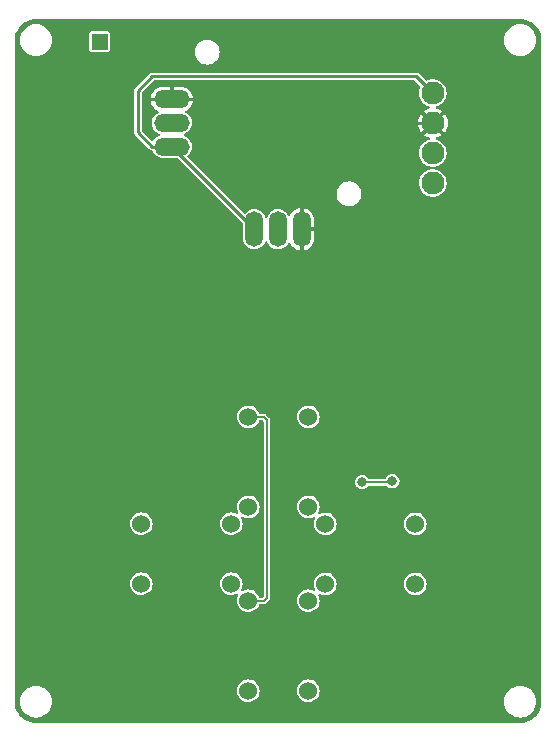
<source format=gbr>
%TF.GenerationSoftware,KiCad,Pcbnew,(6.0.4)*%
%TF.CreationDate,2022-10-14T21:27:48-05:00*%
%TF.ProjectId,Joystick-DPAD,4a6f7973-7469-4636-9b2d-445041442e6b,rev?*%
%TF.SameCoordinates,Original*%
%TF.FileFunction,Copper,L1,Top*%
%TF.FilePolarity,Positive*%
%FSLAX46Y46*%
G04 Gerber Fmt 4.6, Leading zero omitted, Abs format (unit mm)*
G04 Created by KiCad (PCBNEW (6.0.4)) date 2022-10-14 21:27:48*
%MOMM*%
%LPD*%
G01*
G04 APERTURE LIST*
%TA.AperFunction,ComponentPad*%
%ADD10O,1.500000X3.000000*%
%TD*%
%TA.AperFunction,ComponentPad*%
%ADD11O,3.000000X1.500000*%
%TD*%
%TA.AperFunction,ComponentPad*%
%ADD12R,1.350000X1.350000*%
%TD*%
%TA.AperFunction,ComponentPad*%
%ADD13C,1.930400*%
%TD*%
%TA.AperFunction,ComponentPad*%
%ADD14C,1.524000*%
%TD*%
%TA.AperFunction,ViaPad*%
%ADD15C,0.800000*%
%TD*%
%TA.AperFunction,Conductor*%
%ADD16C,0.250000*%
%TD*%
%TA.AperFunction,Conductor*%
%ADD17C,0.150000*%
%TD*%
G04 APERTURE END LIST*
D10*
%TO.P,JOY1,X,S*%
%TO.N,/x_out*%
X143070000Y-97350000D03*
%TO.P,JOY1,X+,E*%
%TO.N,3.3V*%
X141070000Y-97350000D03*
%TO.P,JOY1,X-,A*%
%TO.N,GND*%
X145070000Y-97350000D03*
D11*
%TO.P,JOY1,Y,S*%
%TO.N,/y_out*%
X134070000Y-88350000D03*
%TO.P,JOY1,Y+,E*%
%TO.N,3.3V*%
X134070000Y-90350000D03*
%TO.P,JOY1,Y-,A*%
%TO.N,GND*%
X134070000Y-86350000D03*
%TD*%
D12*
%TO.P,REF\u002A\u002A,1*%
%TO.N,/Col1*%
X127960000Y-81470000D03*
%TD*%
D13*
%TO.P,JP1,1*%
%TO.N,/x_out*%
X156170000Y-93430000D03*
%TO.P,JP1,2*%
%TO.N,/y_out*%
X156170000Y-90890000D03*
%TO.P,JP1,3*%
%TO.N,GND*%
X156170000Y-88350000D03*
%TO.P,JP1,4*%
%TO.N,3.3V*%
X156170000Y-85810000D03*
%TD*%
D14*
%TO.P,SW1,2,B*%
%TO.N,/Col0*%
X131480000Y-122290000D03*
X139100000Y-122290000D03*
%TO.P,SW1,1,A*%
%TO.N,Net-(D1-Pad2)*%
X139100000Y-127370000D03*
X131480000Y-127370000D03*
%TD*%
%TO.P,SW3,1,A*%
%TO.N,Net-(D3-Pad2)*%
X145620000Y-136430000D03*
X145620000Y-128810000D03*
%TO.P,SW3,2,B*%
%TO.N,/Col1*%
X140540000Y-128810000D03*
X140540000Y-136430000D03*
%TD*%
%TO.P,SW4,1,A*%
%TO.N,Net-(D4-Pad2)*%
X147050000Y-127380000D03*
X154670000Y-127380000D03*
%TO.P,SW4,2,B*%
%TO.N,/Col2*%
X147050000Y-122300000D03*
X154670000Y-122300000D03*
%TD*%
%TO.P,SW2,2,B*%
%TO.N,/Col1*%
X140540000Y-113240000D03*
X140540000Y-120860000D03*
%TO.P,SW2,1,A*%
%TO.N,Net-(D2-Pad2)*%
X145620000Y-120860000D03*
X145620000Y-113240000D03*
%TD*%
D15*
%TO.N,/Row3*%
X150190000Y-118770000D03*
X152750000Y-118690000D03*
%TO.N,GND*%
X164420000Y-120840000D03*
X164420000Y-112940000D03*
%TD*%
D16*
%TO.N,GND*%
X154280000Y-88350000D02*
X156170000Y-88350000D01*
X138730000Y-86350000D02*
X134070000Y-86350000D01*
X152280000Y-86350000D02*
X154280000Y-88350000D01*
X138790000Y-86350000D02*
X138730000Y-86350000D01*
X138730000Y-86350000D02*
X152280000Y-86350000D01*
D17*
%TO.N,/Row3*%
X152750000Y-118690000D02*
X152670000Y-118770000D01*
X152670000Y-118770000D02*
X150190000Y-118770000D01*
%TO.N,/Col1*%
X142134000Y-128536000D02*
X142134000Y-113508000D01*
X142134000Y-128536000D02*
X141860000Y-128810000D01*
X141860000Y-128810000D02*
X140540000Y-128810000D01*
X140540000Y-113240000D02*
X141866000Y-113240000D01*
X141866000Y-113240000D02*
X142134000Y-113508000D01*
D16*
%TO.N,3.3V*%
X131210000Y-85630000D02*
X132430000Y-84410000D01*
X131210000Y-89140000D02*
X131210000Y-85630000D01*
X154770000Y-84410000D02*
X132770000Y-84410000D01*
X132430000Y-84410000D02*
X132770000Y-84410000D01*
X134070000Y-90350000D02*
X132420000Y-90350000D01*
X132420000Y-90350000D02*
X131210000Y-89140000D01*
X156170000Y-85810000D02*
X154770000Y-84410000D01*
%TO.N,GND*%
X140515000Y-88075000D02*
X145070000Y-92630000D01*
X140790000Y-88350000D02*
X140515000Y-88075000D01*
X138790000Y-86350000D02*
X140515000Y-88075000D01*
X145070000Y-92630000D02*
X145070000Y-92870000D01*
X145070000Y-97350000D02*
X145070000Y-92870000D01*
%TO.N,3.3V*%
X134070000Y-90350000D02*
X141070000Y-97350000D01*
%TD*%
%TA.AperFunction,Conductor*%
%TO.N,GND*%
G36*
X163558169Y-79543018D02*
G01*
X163569641Y-79545656D01*
X163580516Y-79543195D01*
X163591662Y-79543215D01*
X163591662Y-79543369D01*
X163601712Y-79542579D01*
X163683994Y-79547972D01*
X163798410Y-79555471D01*
X163811237Y-79557159D01*
X164029387Y-79600551D01*
X164041887Y-79603901D01*
X164252500Y-79675395D01*
X164264449Y-79680344D01*
X164463944Y-79778724D01*
X164475137Y-79785187D01*
X164612444Y-79876933D01*
X164660072Y-79908757D01*
X164670345Y-79916640D01*
X164837560Y-80063283D01*
X164846717Y-80072440D01*
X164993360Y-80239655D01*
X165001243Y-80249928D01*
X165033067Y-80297556D01*
X165124813Y-80434863D01*
X165131276Y-80446056D01*
X165229656Y-80645551D01*
X165234605Y-80657499D01*
X165287196Y-80812425D01*
X165306098Y-80868109D01*
X165309449Y-80880613D01*
X165309454Y-80880637D01*
X165352840Y-81098756D01*
X165354529Y-81111588D01*
X165366861Y-81299735D01*
X165367388Y-81307772D01*
X165366595Y-81317628D01*
X165366862Y-81317628D01*
X165366842Y-81328776D01*
X165364344Y-81339641D01*
X165366804Y-81350513D01*
X165367059Y-81351638D01*
X165369500Y-81373488D01*
X165369500Y-137305990D01*
X165366983Y-137328171D01*
X165364344Y-137339651D01*
X165366805Y-137350525D01*
X165366786Y-137361673D01*
X165366631Y-137361673D01*
X165367423Y-137371723D01*
X165365795Y-137396574D01*
X165354540Y-137568418D01*
X165352850Y-137581259D01*
X165309468Y-137799394D01*
X165306117Y-137811903D01*
X165234631Y-138022516D01*
X165229675Y-138034481D01*
X165131312Y-138233952D01*
X165124837Y-138245168D01*
X165001275Y-138430096D01*
X164993392Y-138440370D01*
X164846747Y-138607589D01*
X164837591Y-138616745D01*
X164690263Y-138745947D01*
X164670370Y-138763392D01*
X164660096Y-138771275D01*
X164475168Y-138894837D01*
X164463952Y-138901312D01*
X164264481Y-138999675D01*
X164252516Y-139004631D01*
X164041903Y-139076117D01*
X164029394Y-139079468D01*
X163811259Y-139122850D01*
X163798418Y-139124540D01*
X163602239Y-139137389D01*
X163592382Y-139136596D01*
X163592382Y-139136863D01*
X163581234Y-139136843D01*
X163570369Y-139134344D01*
X163559235Y-139136863D01*
X163558364Y-139137060D01*
X163536518Y-139139500D01*
X122604017Y-139139500D01*
X122581831Y-139136982D01*
X122581813Y-139136978D01*
X122570359Y-139134344D01*
X122559484Y-139136805D01*
X122548338Y-139136785D01*
X122548338Y-139136631D01*
X122538288Y-139137421D01*
X122456006Y-139132028D01*
X122341590Y-139124529D01*
X122328763Y-139122841D01*
X122110613Y-139079449D01*
X122098113Y-139076099D01*
X121887499Y-139004605D01*
X121875551Y-138999656D01*
X121676056Y-138901276D01*
X121664863Y-138894813D01*
X121479928Y-138771243D01*
X121469655Y-138763360D01*
X121302440Y-138616717D01*
X121293283Y-138607560D01*
X121146640Y-138440345D01*
X121138757Y-138430072D01*
X121015207Y-138245168D01*
X121015187Y-138245137D01*
X121008724Y-138233944D01*
X120910344Y-138034449D01*
X120905395Y-138022500D01*
X120833902Y-137811891D01*
X120830550Y-137799382D01*
X120787160Y-137581244D01*
X120785470Y-137568405D01*
X120773308Y-137382835D01*
X120772629Y-137372484D01*
X120774311Y-137351819D01*
X120773747Y-137351754D01*
X120774388Y-137346182D01*
X120775655Y-137340718D01*
X120775656Y-137340000D01*
X121214341Y-137340000D01*
X121234937Y-137575408D01*
X121296097Y-137803663D01*
X121395965Y-138017829D01*
X121398446Y-138021372D01*
X121398447Y-138021374D01*
X121399247Y-138022516D01*
X121531505Y-138211401D01*
X121698599Y-138378495D01*
X121892171Y-138514035D01*
X122106337Y-138613903D01*
X122334592Y-138675063D01*
X122419431Y-138682486D01*
X122508870Y-138690311D01*
X122508878Y-138690311D01*
X122511034Y-138690500D01*
X122628966Y-138690500D01*
X122631122Y-138690311D01*
X122631130Y-138690311D01*
X122720569Y-138682486D01*
X122805408Y-138675063D01*
X123033663Y-138613903D01*
X123247829Y-138514035D01*
X123441401Y-138378495D01*
X123608495Y-138211401D01*
X123732376Y-138034481D01*
X123741553Y-138021375D01*
X123741554Y-138021373D01*
X123744035Y-138017830D01*
X123843903Y-137803663D01*
X123905063Y-137575408D01*
X123925659Y-137340000D01*
X123905063Y-137104592D01*
X123843903Y-136876337D01*
X123744035Y-136662171D01*
X123608495Y-136468599D01*
X123556392Y-136416496D01*
X139572937Y-136416496D01*
X139588732Y-136604590D01*
X139590065Y-136609238D01*
X139590065Y-136609239D01*
X139604227Y-136658626D01*
X139640760Y-136786034D01*
X139642975Y-136790344D01*
X139724827Y-136949612D01*
X139724830Y-136949616D01*
X139727040Y-136953917D01*
X139844285Y-137101844D01*
X139847972Y-137104982D01*
X139847974Y-137104984D01*
X139984342Y-137221042D01*
X139984347Y-137221045D01*
X139988030Y-137224180D01*
X139992253Y-137226540D01*
X139992257Y-137226543D01*
X140032046Y-137248780D01*
X140152800Y-137316267D01*
X140228053Y-137340718D01*
X140327718Y-137373101D01*
X140327721Y-137373102D01*
X140332317Y-137374595D01*
X140337113Y-137375167D01*
X140337118Y-137375168D01*
X140426031Y-137385770D01*
X140519745Y-137396945D01*
X140524567Y-137396574D01*
X140524570Y-137396574D01*
X140586278Y-137391826D01*
X140707945Y-137382464D01*
X140889748Y-137331703D01*
X141058229Y-137246598D01*
X141206970Y-137130388D01*
X141210132Y-137126725D01*
X141210137Y-137126720D01*
X141327143Y-136991166D01*
X141330307Y-136987501D01*
X141349386Y-136953917D01*
X141421153Y-136827584D01*
X141421154Y-136827581D01*
X141423542Y-136823378D01*
X141437515Y-136781376D01*
X141481596Y-136648863D01*
X141481596Y-136648861D01*
X141483123Y-136644272D01*
X141506780Y-136457005D01*
X141507157Y-136430000D01*
X141505833Y-136416496D01*
X144652937Y-136416496D01*
X144668732Y-136604590D01*
X144670065Y-136609238D01*
X144670065Y-136609239D01*
X144684227Y-136658626D01*
X144720760Y-136786034D01*
X144722975Y-136790344D01*
X144804827Y-136949612D01*
X144804830Y-136949616D01*
X144807040Y-136953917D01*
X144924285Y-137101844D01*
X144927972Y-137104982D01*
X144927974Y-137104984D01*
X145064342Y-137221042D01*
X145064347Y-137221045D01*
X145068030Y-137224180D01*
X145072253Y-137226540D01*
X145072257Y-137226543D01*
X145112046Y-137248780D01*
X145232800Y-137316267D01*
X145308053Y-137340718D01*
X145407718Y-137373101D01*
X145407721Y-137373102D01*
X145412317Y-137374595D01*
X145417113Y-137375167D01*
X145417118Y-137375168D01*
X145506031Y-137385770D01*
X145599745Y-137396945D01*
X145604567Y-137396574D01*
X145604570Y-137396574D01*
X145666278Y-137391826D01*
X145787945Y-137382464D01*
X145940032Y-137340000D01*
X162214341Y-137340000D01*
X162234937Y-137575408D01*
X162296097Y-137803663D01*
X162395965Y-138017829D01*
X162398446Y-138021372D01*
X162398447Y-138021374D01*
X162399247Y-138022516D01*
X162531505Y-138211401D01*
X162698599Y-138378495D01*
X162892171Y-138514035D01*
X163106337Y-138613903D01*
X163334592Y-138675063D01*
X163419431Y-138682486D01*
X163508870Y-138690311D01*
X163508878Y-138690311D01*
X163511034Y-138690500D01*
X163628966Y-138690500D01*
X163631122Y-138690311D01*
X163631130Y-138690311D01*
X163720569Y-138682486D01*
X163805408Y-138675063D01*
X164033663Y-138613903D01*
X164247829Y-138514035D01*
X164441401Y-138378495D01*
X164608495Y-138211401D01*
X164732376Y-138034481D01*
X164741553Y-138021375D01*
X164741554Y-138021373D01*
X164744035Y-138017830D01*
X164843903Y-137803663D01*
X164905063Y-137575408D01*
X164925659Y-137340000D01*
X164905063Y-137104592D01*
X164843903Y-136876337D01*
X164744035Y-136662171D01*
X164608495Y-136468599D01*
X164441401Y-136301505D01*
X164247829Y-136165965D01*
X164033663Y-136066097D01*
X163805408Y-136004937D01*
X163720569Y-135997514D01*
X163631130Y-135989689D01*
X163631122Y-135989689D01*
X163628966Y-135989500D01*
X163511034Y-135989500D01*
X163508878Y-135989689D01*
X163508870Y-135989689D01*
X163419431Y-135997514D01*
X163334592Y-136004937D01*
X163106337Y-136066097D01*
X162892171Y-136165965D01*
X162698599Y-136301505D01*
X162531505Y-136468599D01*
X162529026Y-136472140D01*
X162398447Y-136658625D01*
X162398446Y-136658627D01*
X162395965Y-136662170D01*
X162296097Y-136876337D01*
X162234937Y-137104592D01*
X162214341Y-137340000D01*
X145940032Y-137340000D01*
X145969748Y-137331703D01*
X146138229Y-137246598D01*
X146286970Y-137130388D01*
X146290132Y-137126725D01*
X146290137Y-137126720D01*
X146407143Y-136991166D01*
X146410307Y-136987501D01*
X146429386Y-136953917D01*
X146501153Y-136827584D01*
X146501154Y-136827581D01*
X146503542Y-136823378D01*
X146517515Y-136781376D01*
X146561596Y-136648863D01*
X146561596Y-136648861D01*
X146563123Y-136644272D01*
X146586780Y-136457005D01*
X146587157Y-136430000D01*
X146568738Y-136242145D01*
X146514181Y-136061445D01*
X146425566Y-135894783D01*
X146306266Y-135748508D01*
X146160827Y-135628191D01*
X145994788Y-135538414D01*
X145814474Y-135482597D01*
X145802524Y-135481341D01*
X145631568Y-135463373D01*
X145631566Y-135463373D01*
X145626752Y-135462867D01*
X145571883Y-135467860D01*
X145443592Y-135479535D01*
X145443588Y-135479536D01*
X145438773Y-135479974D01*
X145368851Y-135500553D01*
X145262344Y-135531900D01*
X145262341Y-135531901D01*
X145257697Y-135533268D01*
X145219769Y-135553096D01*
X145094717Y-135618471D01*
X145094713Y-135618474D01*
X145090420Y-135620718D01*
X145086644Y-135623754D01*
X145086641Y-135623756D01*
X145083987Y-135625890D01*
X144943316Y-135738993D01*
X144940207Y-135742698D01*
X144940204Y-135742701D01*
X144825103Y-135879873D01*
X144821986Y-135883588D01*
X144731052Y-136048996D01*
X144673978Y-136228917D01*
X144652937Y-136416496D01*
X141505833Y-136416496D01*
X141488738Y-136242145D01*
X141434181Y-136061445D01*
X141345566Y-135894783D01*
X141226266Y-135748508D01*
X141080827Y-135628191D01*
X140914788Y-135538414D01*
X140734474Y-135482597D01*
X140722524Y-135481341D01*
X140551568Y-135463373D01*
X140551566Y-135463373D01*
X140546752Y-135462867D01*
X140491883Y-135467860D01*
X140363592Y-135479535D01*
X140363588Y-135479536D01*
X140358773Y-135479974D01*
X140288851Y-135500553D01*
X140182344Y-135531900D01*
X140182341Y-135531901D01*
X140177697Y-135533268D01*
X140139769Y-135553096D01*
X140014717Y-135618471D01*
X140014713Y-135618474D01*
X140010420Y-135620718D01*
X140006644Y-135623754D01*
X140006641Y-135623756D01*
X140003987Y-135625890D01*
X139863316Y-135738993D01*
X139860207Y-135742698D01*
X139860204Y-135742701D01*
X139745103Y-135879873D01*
X139741986Y-135883588D01*
X139651052Y-136048996D01*
X139593978Y-136228917D01*
X139572937Y-136416496D01*
X123556392Y-136416496D01*
X123441401Y-136301505D01*
X123247829Y-136165965D01*
X123033663Y-136066097D01*
X122805408Y-136004937D01*
X122720569Y-135997514D01*
X122631130Y-135989689D01*
X122631122Y-135989689D01*
X122628966Y-135989500D01*
X122511034Y-135989500D01*
X122508878Y-135989689D01*
X122508870Y-135989689D01*
X122419431Y-135997514D01*
X122334592Y-136004937D01*
X122106337Y-136066097D01*
X121892171Y-136165965D01*
X121698599Y-136301505D01*
X121531505Y-136468599D01*
X121529026Y-136472140D01*
X121398447Y-136658625D01*
X121398446Y-136658627D01*
X121395965Y-136662170D01*
X121296097Y-136876337D01*
X121234937Y-137104592D01*
X121214341Y-137340000D01*
X120775656Y-137340000D01*
X120774412Y-137334545D01*
X120772980Y-137328266D01*
X120770500Y-137306248D01*
X120770500Y-127356496D01*
X130512937Y-127356496D01*
X130528732Y-127544590D01*
X130530065Y-127549238D01*
X130530065Y-127549239D01*
X130540111Y-127584272D01*
X130580760Y-127726034D01*
X130582975Y-127730344D01*
X130664827Y-127889612D01*
X130664830Y-127889616D01*
X130667040Y-127893917D01*
X130784285Y-128041844D01*
X130787972Y-128044982D01*
X130787974Y-128044984D01*
X130924342Y-128161042D01*
X130924347Y-128161045D01*
X130928030Y-128164180D01*
X130932253Y-128166540D01*
X130932257Y-128166543D01*
X130989939Y-128198780D01*
X131092800Y-128256267D01*
X131164369Y-128279521D01*
X131267718Y-128313101D01*
X131267721Y-128313102D01*
X131272317Y-128314595D01*
X131277113Y-128315167D01*
X131277118Y-128315168D01*
X131366031Y-128325770D01*
X131459745Y-128336945D01*
X131464567Y-128336574D01*
X131464570Y-128336574D01*
X131526278Y-128331826D01*
X131647945Y-128322464D01*
X131829748Y-128271703D01*
X131998229Y-128186598D01*
X132146970Y-128070388D01*
X132150132Y-128066725D01*
X132150137Y-128066720D01*
X132252502Y-127948128D01*
X132270307Y-127927501D01*
X132275470Y-127918414D01*
X132361153Y-127767584D01*
X132361154Y-127767581D01*
X132363542Y-127763378D01*
X132371205Y-127740344D01*
X132421596Y-127588863D01*
X132421596Y-127588861D01*
X132423123Y-127584272D01*
X132426286Y-127559239D01*
X132446432Y-127399758D01*
X132446780Y-127397005D01*
X132447157Y-127370000D01*
X132445833Y-127356496D01*
X138132937Y-127356496D01*
X138148732Y-127544590D01*
X138150065Y-127549238D01*
X138150065Y-127549239D01*
X138160111Y-127584272D01*
X138200760Y-127726034D01*
X138202975Y-127730344D01*
X138284827Y-127889612D01*
X138284830Y-127889616D01*
X138287040Y-127893917D01*
X138404285Y-128041844D01*
X138407972Y-128044982D01*
X138407974Y-128044984D01*
X138544342Y-128161042D01*
X138544347Y-128161045D01*
X138548030Y-128164180D01*
X138552253Y-128166540D01*
X138552257Y-128166543D01*
X138609939Y-128198780D01*
X138712800Y-128256267D01*
X138784369Y-128279521D01*
X138887718Y-128313101D01*
X138887721Y-128313102D01*
X138892317Y-128314595D01*
X138897113Y-128315167D01*
X138897118Y-128315168D01*
X138986031Y-128325770D01*
X139079745Y-128336945D01*
X139084567Y-128336574D01*
X139084570Y-128336574D01*
X139146278Y-128331826D01*
X139267945Y-128322464D01*
X139449748Y-128271703D01*
X139454068Y-128269521D01*
X139454071Y-128269520D01*
X139562702Y-128214647D01*
X139623167Y-128205287D01*
X139677586Y-128233255D01*
X139705173Y-128287868D01*
X139694092Y-128350707D01*
X139651052Y-128428996D01*
X139593978Y-128608917D01*
X139572937Y-128796496D01*
X139588732Y-128984590D01*
X139590065Y-128989238D01*
X139590065Y-128989239D01*
X139637095Y-129153251D01*
X139640760Y-129166034D01*
X139642975Y-129170344D01*
X139724827Y-129329612D01*
X139724830Y-129329616D01*
X139727040Y-129333917D01*
X139844285Y-129481844D01*
X139847972Y-129484982D01*
X139847974Y-129484984D01*
X139984342Y-129601042D01*
X139984347Y-129601045D01*
X139988030Y-129604180D01*
X139992253Y-129606540D01*
X139992257Y-129606543D01*
X140032046Y-129628780D01*
X140152800Y-129696267D01*
X140193592Y-129709521D01*
X140327718Y-129753101D01*
X140327721Y-129753102D01*
X140332317Y-129754595D01*
X140337113Y-129755167D01*
X140337118Y-129755168D01*
X140426031Y-129765770D01*
X140519745Y-129776945D01*
X140524567Y-129776574D01*
X140524570Y-129776574D01*
X140586278Y-129771826D01*
X140707945Y-129762464D01*
X140889748Y-129711703D01*
X141058229Y-129626598D01*
X141206970Y-129510388D01*
X141210132Y-129506725D01*
X141210137Y-129506720D01*
X141327143Y-129371166D01*
X141330307Y-129367501D01*
X141349386Y-129333917D01*
X141421153Y-129207584D01*
X141421154Y-129207581D01*
X141423542Y-129203378D01*
X141440217Y-129153251D01*
X141476526Y-129104003D01*
X141534156Y-129085500D01*
X141823116Y-129085500D01*
X141842429Y-129087402D01*
X141860000Y-129090897D01*
X141887132Y-129085500D01*
X141887133Y-129085500D01*
X141922558Y-129078453D01*
X141957930Y-129071418D01*
X141957932Y-129071417D01*
X141967495Y-129069515D01*
X142009465Y-129041471D01*
X142035622Y-129023994D01*
X142035623Y-129023993D01*
X142058624Y-129008624D01*
X142068574Y-128993733D01*
X142080885Y-128978731D01*
X142263120Y-128796496D01*
X144652937Y-128796496D01*
X144668732Y-128984590D01*
X144670065Y-128989238D01*
X144670065Y-128989239D01*
X144717095Y-129153251D01*
X144720760Y-129166034D01*
X144722975Y-129170344D01*
X144804827Y-129329612D01*
X144804830Y-129329616D01*
X144807040Y-129333917D01*
X144924285Y-129481844D01*
X144927972Y-129484982D01*
X144927974Y-129484984D01*
X145064342Y-129601042D01*
X145064347Y-129601045D01*
X145068030Y-129604180D01*
X145072253Y-129606540D01*
X145072257Y-129606543D01*
X145112046Y-129628780D01*
X145232800Y-129696267D01*
X145273592Y-129709521D01*
X145407718Y-129753101D01*
X145407721Y-129753102D01*
X145412317Y-129754595D01*
X145417113Y-129755167D01*
X145417118Y-129755168D01*
X145506031Y-129765770D01*
X145599745Y-129776945D01*
X145604567Y-129776574D01*
X145604570Y-129776574D01*
X145666278Y-129771826D01*
X145787945Y-129762464D01*
X145969748Y-129711703D01*
X146138229Y-129626598D01*
X146286970Y-129510388D01*
X146290132Y-129506725D01*
X146290137Y-129506720D01*
X146407143Y-129371166D01*
X146410307Y-129367501D01*
X146429386Y-129333917D01*
X146501153Y-129207584D01*
X146501154Y-129207581D01*
X146503542Y-129203378D01*
X146517515Y-129161376D01*
X146561596Y-129028863D01*
X146561596Y-129028861D01*
X146563123Y-129024272D01*
X146568006Y-128985623D01*
X146586432Y-128839758D01*
X146586780Y-128837005D01*
X146587157Y-128810000D01*
X146571626Y-128651602D01*
X146569210Y-128626955D01*
X146569209Y-128626951D01*
X146568738Y-128622145D01*
X146514181Y-128441445D01*
X146476736Y-128371020D01*
X146466111Y-128310766D01*
X146492933Y-128255773D01*
X146546957Y-128227048D01*
X146612446Y-128238125D01*
X146662800Y-128266267D01*
X146703592Y-128279521D01*
X146837718Y-128323101D01*
X146837721Y-128323102D01*
X146842317Y-128324595D01*
X146847113Y-128325167D01*
X146847118Y-128325168D01*
X146936031Y-128335770D01*
X147029745Y-128346945D01*
X147034567Y-128346574D01*
X147034570Y-128346574D01*
X147096278Y-128341826D01*
X147217945Y-128332464D01*
X147399748Y-128281703D01*
X147568229Y-128196598D01*
X147716970Y-128080388D01*
X147720132Y-128076725D01*
X147720137Y-128076720D01*
X147816459Y-127965129D01*
X147840307Y-127937501D01*
X147848380Y-127923291D01*
X147931153Y-127777584D01*
X147931154Y-127777581D01*
X147933542Y-127773378D01*
X147935470Y-127767584D01*
X147991596Y-127598863D01*
X147991596Y-127598861D01*
X147993123Y-127594272D01*
X147993807Y-127588863D01*
X148016432Y-127409758D01*
X148016780Y-127407005D01*
X148017157Y-127380000D01*
X148015833Y-127366496D01*
X153702937Y-127366496D01*
X153703342Y-127371316D01*
X153718283Y-127549239D01*
X153718732Y-127554590D01*
X153720065Y-127559238D01*
X153720065Y-127559239D01*
X153767893Y-127726034D01*
X153770760Y-127736034D01*
X153772975Y-127740344D01*
X153854827Y-127899612D01*
X153854830Y-127899616D01*
X153857040Y-127903917D01*
X153974285Y-128051844D01*
X153977972Y-128054982D01*
X153977974Y-128054984D01*
X154114342Y-128171042D01*
X154114347Y-128171045D01*
X154118030Y-128174180D01*
X154122253Y-128176540D01*
X154122257Y-128176543D01*
X154162046Y-128198780D01*
X154282800Y-128266267D01*
X154323592Y-128279521D01*
X154457718Y-128323101D01*
X154457721Y-128323102D01*
X154462317Y-128324595D01*
X154467113Y-128325167D01*
X154467118Y-128325168D01*
X154556031Y-128335770D01*
X154649745Y-128346945D01*
X154654567Y-128346574D01*
X154654570Y-128346574D01*
X154716278Y-128341826D01*
X154837945Y-128332464D01*
X155019748Y-128281703D01*
X155188229Y-128196598D01*
X155336970Y-128080388D01*
X155340132Y-128076725D01*
X155340137Y-128076720D01*
X155436459Y-127965129D01*
X155460307Y-127937501D01*
X155468380Y-127923291D01*
X155551153Y-127777584D01*
X155551154Y-127777581D01*
X155553542Y-127773378D01*
X155555470Y-127767584D01*
X155611596Y-127598863D01*
X155611596Y-127598861D01*
X155613123Y-127594272D01*
X155613807Y-127588863D01*
X155636432Y-127409758D01*
X155636780Y-127407005D01*
X155637157Y-127380000D01*
X155618738Y-127192145D01*
X155564181Y-127011445D01*
X155475566Y-126844783D01*
X155356266Y-126698508D01*
X155349247Y-126692701D01*
X155214554Y-126581274D01*
X155214553Y-126581273D01*
X155210827Y-126578191D01*
X155044788Y-126488414D01*
X154864474Y-126432597D01*
X154852524Y-126431341D01*
X154681568Y-126413373D01*
X154681566Y-126413373D01*
X154676752Y-126412867D01*
X154621883Y-126417860D01*
X154493592Y-126429535D01*
X154493588Y-126429536D01*
X154488773Y-126429974D01*
X154418851Y-126450553D01*
X154312344Y-126481900D01*
X154312341Y-126481901D01*
X154307697Y-126483268D01*
X154269769Y-126503096D01*
X154144717Y-126568471D01*
X154144713Y-126568474D01*
X154140420Y-126570718D01*
X154136644Y-126573754D01*
X154136641Y-126573756D01*
X153997756Y-126685423D01*
X153993316Y-126688993D01*
X153990207Y-126692698D01*
X153990204Y-126692701D01*
X153875103Y-126829873D01*
X153871986Y-126833588D01*
X153781052Y-126998996D01*
X153723978Y-127178917D01*
X153722494Y-127192145D01*
X153704059Y-127356496D01*
X153702937Y-127366496D01*
X148015833Y-127366496D01*
X147998738Y-127192145D01*
X147944181Y-127011445D01*
X147855566Y-126844783D01*
X147736266Y-126698508D01*
X147729247Y-126692701D01*
X147594554Y-126581274D01*
X147594553Y-126581273D01*
X147590827Y-126578191D01*
X147424788Y-126488414D01*
X147244474Y-126432597D01*
X147232524Y-126431341D01*
X147061568Y-126413373D01*
X147061566Y-126413373D01*
X147056752Y-126412867D01*
X147001883Y-126417860D01*
X146873592Y-126429535D01*
X146873588Y-126429536D01*
X146868773Y-126429974D01*
X146798851Y-126450553D01*
X146692344Y-126481900D01*
X146692341Y-126481901D01*
X146687697Y-126483268D01*
X146649769Y-126503096D01*
X146524717Y-126568471D01*
X146524713Y-126568474D01*
X146520420Y-126570718D01*
X146516644Y-126573754D01*
X146516641Y-126573756D01*
X146377756Y-126685423D01*
X146373316Y-126688993D01*
X146370207Y-126692698D01*
X146370204Y-126692701D01*
X146255103Y-126829873D01*
X146251986Y-126833588D01*
X146161052Y-126998996D01*
X146103978Y-127178917D01*
X146102494Y-127192145D01*
X146084059Y-127356496D01*
X146082937Y-127366496D01*
X146083342Y-127371316D01*
X146098283Y-127549239D01*
X146098732Y-127554590D01*
X146100065Y-127559238D01*
X146100065Y-127559239D01*
X146147893Y-127726034D01*
X146150760Y-127736034D01*
X146152975Y-127740344D01*
X146152977Y-127740349D01*
X146194391Y-127820933D01*
X146204174Y-127881331D01*
X146176586Y-127935944D01*
X146122167Y-127963912D01*
X146059253Y-127953270D01*
X145994788Y-127918414D01*
X145814474Y-127862597D01*
X145802524Y-127861341D01*
X145631568Y-127843373D01*
X145631566Y-127843373D01*
X145626752Y-127842867D01*
X145571883Y-127847860D01*
X145443592Y-127859535D01*
X145443588Y-127859536D01*
X145438773Y-127859974D01*
X145368851Y-127880553D01*
X145262344Y-127911900D01*
X145262341Y-127911901D01*
X145257697Y-127913268D01*
X145238525Y-127923291D01*
X145094717Y-127998471D01*
X145094713Y-127998474D01*
X145090420Y-128000718D01*
X145086644Y-128003754D01*
X145086641Y-128003756D01*
X144987622Y-128083370D01*
X144943316Y-128118993D01*
X144940207Y-128122698D01*
X144940204Y-128122701D01*
X144825103Y-128259873D01*
X144821986Y-128263588D01*
X144819650Y-128267836D01*
X144819650Y-128267837D01*
X144781658Y-128336945D01*
X144731052Y-128428996D01*
X144673978Y-128608917D01*
X144652937Y-128796496D01*
X142263120Y-128796496D01*
X142302731Y-128756885D01*
X142317733Y-128744574D01*
X142324518Y-128740041D01*
X142324520Y-128740039D01*
X142332624Y-128734624D01*
X142354086Y-128702505D01*
X142393516Y-128643494D01*
X142414897Y-128536000D01*
X142411402Y-128518428D01*
X142409500Y-128499116D01*
X142409500Y-120846496D01*
X144652937Y-120846496D01*
X144668732Y-121034590D01*
X144670065Y-121039238D01*
X144670065Y-121039239D01*
X144680111Y-121074272D01*
X144720760Y-121216034D01*
X144722975Y-121220344D01*
X144804827Y-121379612D01*
X144804830Y-121379616D01*
X144807040Y-121383917D01*
X144924285Y-121531844D01*
X144927972Y-121534982D01*
X144927974Y-121534984D01*
X145064342Y-121651042D01*
X145064347Y-121651045D01*
X145068030Y-121654180D01*
X145072253Y-121656540D01*
X145072257Y-121656543D01*
X145170842Y-121711640D01*
X145232800Y-121746267D01*
X145318685Y-121774172D01*
X145407718Y-121803101D01*
X145407721Y-121803102D01*
X145412317Y-121804595D01*
X145417113Y-121805167D01*
X145417118Y-121805168D01*
X145506031Y-121815770D01*
X145599745Y-121826945D01*
X145604567Y-121826574D01*
X145604570Y-121826574D01*
X145666278Y-121821826D01*
X145787945Y-121812464D01*
X145969748Y-121761703D01*
X145974061Y-121759524D01*
X145974067Y-121759522D01*
X146032021Y-121730247D01*
X146068857Y-121711640D01*
X146129321Y-121702280D01*
X146183741Y-121730247D01*
X146211328Y-121784860D01*
X146200248Y-121847699D01*
X146161052Y-121918996D01*
X146103978Y-122098917D01*
X146102494Y-122112145D01*
X146084059Y-122276496D01*
X146082937Y-122286496D01*
X146083342Y-122291316D01*
X146098283Y-122469239D01*
X146098732Y-122474590D01*
X146100065Y-122479238D01*
X146100065Y-122479239D01*
X146147893Y-122646034D01*
X146150760Y-122656034D01*
X146152975Y-122660344D01*
X146234827Y-122819612D01*
X146234830Y-122819616D01*
X146237040Y-122823917D01*
X146354285Y-122971844D01*
X146357972Y-122974982D01*
X146357974Y-122974984D01*
X146494342Y-123091042D01*
X146494347Y-123091045D01*
X146498030Y-123094180D01*
X146502253Y-123096540D01*
X146502257Y-123096543D01*
X146542046Y-123118780D01*
X146662800Y-123186267D01*
X146683535Y-123193004D01*
X146837718Y-123243101D01*
X146837721Y-123243102D01*
X146842317Y-123244595D01*
X146847113Y-123245167D01*
X146847118Y-123245168D01*
X146936031Y-123255770D01*
X147029745Y-123266945D01*
X147034567Y-123266574D01*
X147034570Y-123266574D01*
X147096278Y-123261826D01*
X147217945Y-123252464D01*
X147399748Y-123201703D01*
X147568229Y-123116598D01*
X147716970Y-123000388D01*
X147720132Y-122996725D01*
X147720137Y-122996720D01*
X147837143Y-122861166D01*
X147840307Y-122857501D01*
X147848380Y-122843291D01*
X147931153Y-122697584D01*
X147931154Y-122697581D01*
X147933542Y-122693378D01*
X147935470Y-122687584D01*
X147991596Y-122518863D01*
X147991596Y-122518861D01*
X147993123Y-122514272D01*
X147993807Y-122508863D01*
X148016432Y-122329758D01*
X148016780Y-122327005D01*
X148017157Y-122300000D01*
X148015833Y-122286496D01*
X153702937Y-122286496D01*
X153703342Y-122291316D01*
X153718283Y-122469239D01*
X153718732Y-122474590D01*
X153720065Y-122479238D01*
X153720065Y-122479239D01*
X153767893Y-122646034D01*
X153770760Y-122656034D01*
X153772975Y-122660344D01*
X153854827Y-122819612D01*
X153854830Y-122819616D01*
X153857040Y-122823917D01*
X153974285Y-122971844D01*
X153977972Y-122974982D01*
X153977974Y-122974984D01*
X154114342Y-123091042D01*
X154114347Y-123091045D01*
X154118030Y-123094180D01*
X154122253Y-123096540D01*
X154122257Y-123096543D01*
X154162046Y-123118780D01*
X154282800Y-123186267D01*
X154303535Y-123193004D01*
X154457718Y-123243101D01*
X154457721Y-123243102D01*
X154462317Y-123244595D01*
X154467113Y-123245167D01*
X154467118Y-123245168D01*
X154556031Y-123255770D01*
X154649745Y-123266945D01*
X154654567Y-123266574D01*
X154654570Y-123266574D01*
X154716278Y-123261826D01*
X154837945Y-123252464D01*
X155019748Y-123201703D01*
X155188229Y-123116598D01*
X155336970Y-123000388D01*
X155340132Y-122996725D01*
X155340137Y-122996720D01*
X155457143Y-122861166D01*
X155460307Y-122857501D01*
X155468380Y-122843291D01*
X155551153Y-122697584D01*
X155551154Y-122697581D01*
X155553542Y-122693378D01*
X155555470Y-122687584D01*
X155611596Y-122518863D01*
X155611596Y-122518861D01*
X155613123Y-122514272D01*
X155613807Y-122508863D01*
X155636432Y-122329758D01*
X155636780Y-122327005D01*
X155637157Y-122300000D01*
X155618738Y-122112145D01*
X155564181Y-121931445D01*
X155475566Y-121764783D01*
X155356266Y-121618508D01*
X155349247Y-121612701D01*
X155214554Y-121501274D01*
X155214553Y-121501273D01*
X155210827Y-121498191D01*
X155044788Y-121408414D01*
X154864474Y-121352597D01*
X154852524Y-121351341D01*
X154681568Y-121333373D01*
X154681566Y-121333373D01*
X154676752Y-121332867D01*
X154621883Y-121337860D01*
X154493592Y-121349535D01*
X154493588Y-121349536D01*
X154488773Y-121349974D01*
X154424751Y-121368817D01*
X154312344Y-121401900D01*
X154312341Y-121401901D01*
X154307697Y-121403268D01*
X154288525Y-121413291D01*
X154144717Y-121488471D01*
X154144713Y-121488474D01*
X154140420Y-121490718D01*
X154136644Y-121493754D01*
X154136641Y-121493756D01*
X153997756Y-121605423D01*
X153993316Y-121608993D01*
X153990207Y-121612698D01*
X153990204Y-121612701D01*
X153875103Y-121749873D01*
X153871986Y-121753588D01*
X153869650Y-121757836D01*
X153869650Y-121757837D01*
X153831658Y-121826945D01*
X153781052Y-121918996D01*
X153723978Y-122098917D01*
X153722494Y-122112145D01*
X153704059Y-122276496D01*
X153702937Y-122286496D01*
X148015833Y-122286496D01*
X147998738Y-122112145D01*
X147944181Y-121931445D01*
X147855566Y-121764783D01*
X147736266Y-121618508D01*
X147729247Y-121612701D01*
X147594554Y-121501274D01*
X147594553Y-121501273D01*
X147590827Y-121498191D01*
X147424788Y-121408414D01*
X147244474Y-121352597D01*
X147232524Y-121351341D01*
X147061568Y-121333373D01*
X147061566Y-121333373D01*
X147056752Y-121332867D01*
X147001883Y-121337860D01*
X146873592Y-121349535D01*
X146873588Y-121349536D01*
X146868773Y-121349974D01*
X146804751Y-121368817D01*
X146692344Y-121401900D01*
X146692341Y-121401901D01*
X146687697Y-121403268D01*
X146668525Y-121413291D01*
X146602721Y-121447692D01*
X146542392Y-121457896D01*
X146487588Y-121430691D01*
X146459241Y-121376468D01*
X146470775Y-121311058D01*
X146501153Y-121257584D01*
X146501154Y-121257581D01*
X146503542Y-121253378D01*
X146517515Y-121211376D01*
X146561596Y-121078863D01*
X146561596Y-121078861D01*
X146563123Y-121074272D01*
X146586780Y-120887005D01*
X146587157Y-120860000D01*
X146568738Y-120672145D01*
X146514181Y-120491445D01*
X146425566Y-120324783D01*
X146306266Y-120178508D01*
X146160827Y-120058191D01*
X145994788Y-119968414D01*
X145814474Y-119912597D01*
X145802524Y-119911341D01*
X145631568Y-119893373D01*
X145631566Y-119893373D01*
X145626752Y-119892867D01*
X145571883Y-119897860D01*
X145443592Y-119909535D01*
X145443588Y-119909536D01*
X145438773Y-119909974D01*
X145368851Y-119930553D01*
X145262344Y-119961900D01*
X145262341Y-119961901D01*
X145257697Y-119963268D01*
X145219769Y-119983096D01*
X145094717Y-120048471D01*
X145094713Y-120048474D01*
X145090420Y-120050718D01*
X145086644Y-120053754D01*
X145086641Y-120053756D01*
X145083987Y-120055890D01*
X144943316Y-120168993D01*
X144940207Y-120172698D01*
X144940204Y-120172701D01*
X144825103Y-120309873D01*
X144821986Y-120313588D01*
X144731052Y-120478996D01*
X144673978Y-120658917D01*
X144652937Y-120846496D01*
X142409500Y-120846496D01*
X142409500Y-118770000D01*
X149584318Y-118770000D01*
X149604956Y-118926762D01*
X149665464Y-119072841D01*
X149761718Y-119198282D01*
X149887159Y-119294536D01*
X150033238Y-119355044D01*
X150190000Y-119375682D01*
X150346762Y-119355044D01*
X150492841Y-119294536D01*
X150618282Y-119198282D01*
X150679668Y-119118282D01*
X150705795Y-119084233D01*
X150756220Y-119049577D01*
X150784337Y-119045500D01*
X152217050Y-119045500D01*
X152275241Y-119064407D01*
X152295590Y-119084231D01*
X152321718Y-119118282D01*
X152447159Y-119214536D01*
X152593238Y-119275044D01*
X152750000Y-119295682D01*
X152906762Y-119275044D01*
X153052841Y-119214536D01*
X153178282Y-119118282D01*
X153274536Y-118992841D01*
X153335044Y-118846762D01*
X153355682Y-118690000D01*
X153335044Y-118533238D01*
X153274536Y-118387159D01*
X153178282Y-118261718D01*
X153052841Y-118165464D01*
X152906762Y-118104956D01*
X152750000Y-118084318D01*
X152593238Y-118104956D01*
X152447159Y-118165464D01*
X152321718Y-118261718D01*
X152225464Y-118387159D01*
X152222981Y-118393154D01*
X152206316Y-118433386D01*
X152166579Y-118479912D01*
X152114852Y-118494500D01*
X150784337Y-118494500D01*
X150726146Y-118475593D01*
X150705795Y-118455767D01*
X150622236Y-118346871D01*
X150618282Y-118341718D01*
X150492841Y-118245464D01*
X150346762Y-118184956D01*
X150190000Y-118164318D01*
X150033238Y-118184956D01*
X149887159Y-118245464D01*
X149761718Y-118341718D01*
X149665464Y-118467159D01*
X149604956Y-118613238D01*
X149584318Y-118770000D01*
X142409500Y-118770000D01*
X142409500Y-113544884D01*
X142411402Y-113525569D01*
X142412995Y-113517561D01*
X142414897Y-113508000D01*
X142393515Y-113400505D01*
X142347994Y-113332378D01*
X142347993Y-113332377D01*
X142332624Y-113309376D01*
X142317733Y-113299426D01*
X142302731Y-113287115D01*
X142242112Y-113226496D01*
X144652937Y-113226496D01*
X144668732Y-113414590D01*
X144670065Y-113419238D01*
X144670065Y-113419239D01*
X144717095Y-113583251D01*
X144720760Y-113596034D01*
X144722975Y-113600344D01*
X144804827Y-113759612D01*
X144804830Y-113759616D01*
X144807040Y-113763917D01*
X144924285Y-113911844D01*
X144927972Y-113914982D01*
X144927974Y-113914984D01*
X145064342Y-114031042D01*
X145064347Y-114031045D01*
X145068030Y-114034180D01*
X145072253Y-114036540D01*
X145072257Y-114036543D01*
X145112046Y-114058780D01*
X145232800Y-114126267D01*
X145273592Y-114139521D01*
X145407718Y-114183101D01*
X145407721Y-114183102D01*
X145412317Y-114184595D01*
X145417113Y-114185167D01*
X145417118Y-114185168D01*
X145506031Y-114195770D01*
X145599745Y-114206945D01*
X145604567Y-114206574D01*
X145604570Y-114206574D01*
X145666278Y-114201826D01*
X145787945Y-114192464D01*
X145969748Y-114141703D01*
X146138229Y-114056598D01*
X146286970Y-113940388D01*
X146290132Y-113936725D01*
X146290137Y-113936720D01*
X146407143Y-113801166D01*
X146410307Y-113797501D01*
X146429386Y-113763917D01*
X146501153Y-113637584D01*
X146501154Y-113637581D01*
X146503542Y-113633378D01*
X146507289Y-113622116D01*
X146561596Y-113458863D01*
X146561596Y-113458861D01*
X146563123Y-113454272D01*
X146586780Y-113267005D01*
X146587157Y-113240000D01*
X146570613Y-113071269D01*
X146569210Y-113056955D01*
X146569209Y-113056951D01*
X146568738Y-113052145D01*
X146514181Y-112871445D01*
X146425566Y-112704783D01*
X146306266Y-112558508D01*
X146160827Y-112438191D01*
X145994788Y-112348414D01*
X145814474Y-112292597D01*
X145802524Y-112291341D01*
X145631568Y-112273373D01*
X145631566Y-112273373D01*
X145626752Y-112272867D01*
X145571883Y-112277860D01*
X145443592Y-112289535D01*
X145443588Y-112289536D01*
X145438773Y-112289974D01*
X145368851Y-112310553D01*
X145262344Y-112341900D01*
X145262341Y-112341901D01*
X145257697Y-112343268D01*
X145219769Y-112363096D01*
X145094717Y-112428471D01*
X145094713Y-112428474D01*
X145090420Y-112430718D01*
X145086644Y-112433754D01*
X145086641Y-112433756D01*
X145083987Y-112435890D01*
X144943316Y-112548993D01*
X144940207Y-112552698D01*
X144940204Y-112552701D01*
X144825103Y-112689873D01*
X144821986Y-112693588D01*
X144731052Y-112858996D01*
X144673978Y-113038917D01*
X144652937Y-113226496D01*
X142242112Y-113226496D01*
X142086885Y-113071269D01*
X142074574Y-113056267D01*
X142070043Y-113049486D01*
X142064624Y-113041376D01*
X142041623Y-113026007D01*
X142041622Y-113026006D01*
X142015465Y-113008529D01*
X141973495Y-112980485D01*
X141963932Y-112978583D01*
X141963930Y-112978582D01*
X141928558Y-112971547D01*
X141893133Y-112964500D01*
X141893132Y-112964500D01*
X141866000Y-112959103D01*
X141848429Y-112962598D01*
X141829116Y-112964500D01*
X141535800Y-112964500D01*
X141477609Y-112945593D01*
X141441025Y-112894113D01*
X141435580Y-112876079D01*
X141435579Y-112876076D01*
X141434181Y-112871445D01*
X141345566Y-112704783D01*
X141226266Y-112558508D01*
X141080827Y-112438191D01*
X140914788Y-112348414D01*
X140734474Y-112292597D01*
X140722524Y-112291341D01*
X140551568Y-112273373D01*
X140551566Y-112273373D01*
X140546752Y-112272867D01*
X140491883Y-112277860D01*
X140363592Y-112289535D01*
X140363588Y-112289536D01*
X140358773Y-112289974D01*
X140288851Y-112310553D01*
X140182344Y-112341900D01*
X140182341Y-112341901D01*
X140177697Y-112343268D01*
X140139769Y-112363096D01*
X140014717Y-112428471D01*
X140014713Y-112428474D01*
X140010420Y-112430718D01*
X140006644Y-112433754D01*
X140006641Y-112433756D01*
X140003987Y-112435890D01*
X139863316Y-112548993D01*
X139860207Y-112552698D01*
X139860204Y-112552701D01*
X139745103Y-112689873D01*
X139741986Y-112693588D01*
X139651052Y-112858996D01*
X139593978Y-113038917D01*
X139572937Y-113226496D01*
X139588732Y-113414590D01*
X139590065Y-113419238D01*
X139590065Y-113419239D01*
X139637095Y-113583251D01*
X139640760Y-113596034D01*
X139642975Y-113600344D01*
X139724827Y-113759612D01*
X139724830Y-113759616D01*
X139727040Y-113763917D01*
X139844285Y-113911844D01*
X139847972Y-113914982D01*
X139847974Y-113914984D01*
X139984342Y-114031042D01*
X139984347Y-114031045D01*
X139988030Y-114034180D01*
X139992253Y-114036540D01*
X139992257Y-114036543D01*
X140032046Y-114058780D01*
X140152800Y-114126267D01*
X140193592Y-114139521D01*
X140327718Y-114183101D01*
X140327721Y-114183102D01*
X140332317Y-114184595D01*
X140337113Y-114185167D01*
X140337118Y-114185168D01*
X140426031Y-114195770D01*
X140519745Y-114206945D01*
X140524567Y-114206574D01*
X140524570Y-114206574D01*
X140586278Y-114201826D01*
X140707945Y-114192464D01*
X140889748Y-114141703D01*
X141058229Y-114056598D01*
X141206970Y-113940388D01*
X141210132Y-113936725D01*
X141210137Y-113936720D01*
X141327143Y-113801166D01*
X141330307Y-113797501D01*
X141349386Y-113763917D01*
X141421153Y-113637584D01*
X141421154Y-113637581D01*
X141423542Y-113633378D01*
X141427289Y-113622116D01*
X141440217Y-113583251D01*
X141476526Y-113534003D01*
X141534156Y-113515500D01*
X141710876Y-113515500D01*
X141769067Y-113534407D01*
X141780880Y-113544496D01*
X141829504Y-113593120D01*
X141857281Y-113647637D01*
X141858500Y-113663124D01*
X141858500Y-128380876D01*
X141839593Y-128439067D01*
X141829504Y-128450880D01*
X141774880Y-128505504D01*
X141720363Y-128533281D01*
X141704876Y-128534500D01*
X141535800Y-128534500D01*
X141477609Y-128515593D01*
X141441025Y-128464113D01*
X141435580Y-128446079D01*
X141435579Y-128446076D01*
X141434181Y-128441445D01*
X141345566Y-128274783D01*
X141226266Y-128128508D01*
X141151577Y-128066720D01*
X141084554Y-128011274D01*
X141084553Y-128011273D01*
X141080827Y-128008191D01*
X140914788Y-127918414D01*
X140734474Y-127862597D01*
X140722524Y-127861341D01*
X140551568Y-127843373D01*
X140551566Y-127843373D01*
X140546752Y-127842867D01*
X140491883Y-127847860D01*
X140363592Y-127859535D01*
X140363588Y-127859536D01*
X140358773Y-127859974D01*
X140288851Y-127880553D01*
X140182344Y-127911900D01*
X140182341Y-127911901D01*
X140177697Y-127913268D01*
X140078495Y-127965130D01*
X140018169Y-127975333D01*
X139963365Y-127948128D01*
X139935017Y-127893905D01*
X139946551Y-127828495D01*
X139964014Y-127797753D01*
X139983542Y-127763378D01*
X139991205Y-127740344D01*
X140041596Y-127588863D01*
X140041596Y-127588861D01*
X140043123Y-127584272D01*
X140046286Y-127559239D01*
X140066432Y-127399758D01*
X140066780Y-127397005D01*
X140067157Y-127370000D01*
X140050190Y-127196955D01*
X140049210Y-127186955D01*
X140049209Y-127186951D01*
X140048738Y-127182145D01*
X139994181Y-127001445D01*
X139905566Y-126834783D01*
X139786266Y-126688508D01*
X139640827Y-126568191D01*
X139474788Y-126478414D01*
X139294474Y-126422597D01*
X139282524Y-126421341D01*
X139111568Y-126403373D01*
X139111566Y-126403373D01*
X139106752Y-126402867D01*
X139051883Y-126407860D01*
X138923592Y-126419535D01*
X138923588Y-126419536D01*
X138918773Y-126419974D01*
X138875884Y-126432597D01*
X138742344Y-126471900D01*
X138742341Y-126471901D01*
X138737697Y-126473268D01*
X138708725Y-126488414D01*
X138574717Y-126558471D01*
X138574713Y-126558474D01*
X138570420Y-126560718D01*
X138566644Y-126563754D01*
X138566641Y-126563756D01*
X138427088Y-126675960D01*
X138423316Y-126678993D01*
X138420207Y-126682698D01*
X138420204Y-126682701D01*
X138305103Y-126819873D01*
X138301986Y-126823588D01*
X138299650Y-126827836D01*
X138299650Y-126827837D01*
X138293480Y-126839060D01*
X138211052Y-126988996D01*
X138153978Y-127168917D01*
X138132937Y-127356496D01*
X132445833Y-127356496D01*
X132430190Y-127196955D01*
X132429210Y-127186955D01*
X132429209Y-127186951D01*
X132428738Y-127182145D01*
X132374181Y-127001445D01*
X132285566Y-126834783D01*
X132166266Y-126688508D01*
X132020827Y-126568191D01*
X131854788Y-126478414D01*
X131674474Y-126422597D01*
X131662524Y-126421341D01*
X131491568Y-126403373D01*
X131491566Y-126403373D01*
X131486752Y-126402867D01*
X131431883Y-126407860D01*
X131303592Y-126419535D01*
X131303588Y-126419536D01*
X131298773Y-126419974D01*
X131255884Y-126432597D01*
X131122344Y-126471900D01*
X131122341Y-126471901D01*
X131117697Y-126473268D01*
X131088725Y-126488414D01*
X130954717Y-126558471D01*
X130954713Y-126558474D01*
X130950420Y-126560718D01*
X130946644Y-126563754D01*
X130946641Y-126563756D01*
X130807088Y-126675960D01*
X130803316Y-126678993D01*
X130800207Y-126682698D01*
X130800204Y-126682701D01*
X130685103Y-126819873D01*
X130681986Y-126823588D01*
X130679650Y-126827836D01*
X130679650Y-126827837D01*
X130673480Y-126839060D01*
X130591052Y-126988996D01*
X130533978Y-127168917D01*
X130512937Y-127356496D01*
X120770500Y-127356496D01*
X120770500Y-122276496D01*
X130512937Y-122276496D01*
X130528732Y-122464590D01*
X130530065Y-122469238D01*
X130530065Y-122469239D01*
X130540111Y-122504272D01*
X130580760Y-122646034D01*
X130582975Y-122650344D01*
X130664827Y-122809612D01*
X130664830Y-122809616D01*
X130667040Y-122813917D01*
X130784285Y-122961844D01*
X130787972Y-122964982D01*
X130787974Y-122964984D01*
X130924342Y-123081042D01*
X130924347Y-123081045D01*
X130928030Y-123084180D01*
X130932253Y-123086540D01*
X130932257Y-123086543D01*
X130989939Y-123118780D01*
X131092800Y-123176267D01*
X131133592Y-123189521D01*
X131267718Y-123233101D01*
X131267721Y-123233102D01*
X131272317Y-123234595D01*
X131277113Y-123235167D01*
X131277118Y-123235168D01*
X131366031Y-123245770D01*
X131459745Y-123256945D01*
X131464567Y-123256574D01*
X131464570Y-123256574D01*
X131526278Y-123251826D01*
X131647945Y-123242464D01*
X131829748Y-123191703D01*
X131998229Y-123106598D01*
X132146970Y-122990388D01*
X132150132Y-122986725D01*
X132150137Y-122986720D01*
X132226952Y-122897728D01*
X132270307Y-122847501D01*
X132281550Y-122827711D01*
X132361153Y-122687584D01*
X132361154Y-122687581D01*
X132363542Y-122683378D01*
X132371205Y-122660344D01*
X132421596Y-122508863D01*
X132421596Y-122508861D01*
X132423123Y-122504272D01*
X132426286Y-122479239D01*
X132446432Y-122319758D01*
X132446780Y-122317005D01*
X132447157Y-122290000D01*
X132445833Y-122276496D01*
X138132937Y-122276496D01*
X138148732Y-122464590D01*
X138150065Y-122469238D01*
X138150065Y-122469239D01*
X138160111Y-122504272D01*
X138200760Y-122646034D01*
X138202975Y-122650344D01*
X138284827Y-122809612D01*
X138284830Y-122809616D01*
X138287040Y-122813917D01*
X138404285Y-122961844D01*
X138407972Y-122964982D01*
X138407974Y-122964984D01*
X138544342Y-123081042D01*
X138544347Y-123081045D01*
X138548030Y-123084180D01*
X138552253Y-123086540D01*
X138552257Y-123086543D01*
X138609939Y-123118780D01*
X138712800Y-123176267D01*
X138753592Y-123189521D01*
X138887718Y-123233101D01*
X138887721Y-123233102D01*
X138892317Y-123234595D01*
X138897113Y-123235167D01*
X138897118Y-123235168D01*
X138986031Y-123245770D01*
X139079745Y-123256945D01*
X139084567Y-123256574D01*
X139084570Y-123256574D01*
X139146278Y-123251826D01*
X139267945Y-123242464D01*
X139449748Y-123191703D01*
X139618229Y-123106598D01*
X139766970Y-122990388D01*
X139770132Y-122986725D01*
X139770137Y-122986720D01*
X139846952Y-122897728D01*
X139890307Y-122847501D01*
X139901550Y-122827711D01*
X139981153Y-122687584D01*
X139981154Y-122687581D01*
X139983542Y-122683378D01*
X139991205Y-122660344D01*
X140041596Y-122508863D01*
X140041596Y-122508861D01*
X140043123Y-122504272D01*
X140046286Y-122479239D01*
X140066432Y-122319758D01*
X140066780Y-122317005D01*
X140067157Y-122290000D01*
X140050190Y-122116955D01*
X140049210Y-122106955D01*
X140049209Y-122106951D01*
X140048738Y-122102145D01*
X139994181Y-121921445D01*
X139952508Y-121843069D01*
X139941883Y-121782814D01*
X139968706Y-121727821D01*
X140022729Y-121699096D01*
X140088217Y-121710173D01*
X140152800Y-121746267D01*
X140238685Y-121774172D01*
X140327718Y-121803101D01*
X140327721Y-121803102D01*
X140332317Y-121804595D01*
X140337113Y-121805167D01*
X140337118Y-121805168D01*
X140426031Y-121815770D01*
X140519745Y-121826945D01*
X140524567Y-121826574D01*
X140524570Y-121826574D01*
X140586278Y-121821826D01*
X140707945Y-121812464D01*
X140889748Y-121761703D01*
X141058229Y-121676598D01*
X141206970Y-121560388D01*
X141210132Y-121556725D01*
X141210137Y-121556720D01*
X141310232Y-121440758D01*
X141330307Y-121417501D01*
X141335470Y-121408414D01*
X141421153Y-121257584D01*
X141421154Y-121257581D01*
X141423542Y-121253378D01*
X141437515Y-121211376D01*
X141481596Y-121078863D01*
X141481596Y-121078861D01*
X141483123Y-121074272D01*
X141506780Y-120887005D01*
X141507157Y-120860000D01*
X141488738Y-120672145D01*
X141434181Y-120491445D01*
X141345566Y-120324783D01*
X141226266Y-120178508D01*
X141080827Y-120058191D01*
X140914788Y-119968414D01*
X140734474Y-119912597D01*
X140722524Y-119911341D01*
X140551568Y-119893373D01*
X140551566Y-119893373D01*
X140546752Y-119892867D01*
X140491883Y-119897860D01*
X140363592Y-119909535D01*
X140363588Y-119909536D01*
X140358773Y-119909974D01*
X140288851Y-119930553D01*
X140182344Y-119961900D01*
X140182341Y-119961901D01*
X140177697Y-119963268D01*
X140139769Y-119983096D01*
X140014717Y-120048471D01*
X140014713Y-120048474D01*
X140010420Y-120050718D01*
X140006644Y-120053754D01*
X140006641Y-120053756D01*
X140003987Y-120055890D01*
X139863316Y-120168993D01*
X139860207Y-120172698D01*
X139860204Y-120172701D01*
X139745103Y-120309873D01*
X139741986Y-120313588D01*
X139651052Y-120478996D01*
X139593978Y-120658917D01*
X139572937Y-120846496D01*
X139588732Y-121034590D01*
X139590065Y-121039238D01*
X139590065Y-121039239D01*
X139600111Y-121074272D01*
X139640760Y-121216034D01*
X139688240Y-121308421D01*
X139698023Y-121368817D01*
X139670436Y-121423430D01*
X139616017Y-121451398D01*
X139553102Y-121440758D01*
X139516867Y-121421166D01*
X139474788Y-121398414D01*
X139294474Y-121342597D01*
X139282524Y-121341341D01*
X139111568Y-121323373D01*
X139111566Y-121323373D01*
X139106752Y-121322867D01*
X139051883Y-121327860D01*
X138923592Y-121339535D01*
X138923588Y-121339536D01*
X138918773Y-121339974D01*
X138875884Y-121352597D01*
X138742344Y-121391900D01*
X138742341Y-121391901D01*
X138737697Y-121393268D01*
X138708725Y-121408414D01*
X138574717Y-121478471D01*
X138574713Y-121478474D01*
X138570420Y-121480718D01*
X138566644Y-121483754D01*
X138566641Y-121483756D01*
X138467622Y-121563370D01*
X138423316Y-121598993D01*
X138420207Y-121602698D01*
X138420204Y-121602701D01*
X138315216Y-121727821D01*
X138301986Y-121743588D01*
X138299650Y-121747836D01*
X138299650Y-121747837D01*
X138293480Y-121759060D01*
X138211052Y-121908996D01*
X138153978Y-122088917D01*
X138132937Y-122276496D01*
X132445833Y-122276496D01*
X132430190Y-122116955D01*
X132429210Y-122106955D01*
X132429209Y-122106951D01*
X132428738Y-122102145D01*
X132374181Y-121921445D01*
X132285566Y-121754783D01*
X132166266Y-121608508D01*
X132103665Y-121556720D01*
X132024554Y-121491274D01*
X132024553Y-121491273D01*
X132020827Y-121488191D01*
X131854788Y-121398414D01*
X131674474Y-121342597D01*
X131662524Y-121341341D01*
X131491568Y-121323373D01*
X131491566Y-121323373D01*
X131486752Y-121322867D01*
X131431883Y-121327860D01*
X131303592Y-121339535D01*
X131303588Y-121339536D01*
X131298773Y-121339974D01*
X131255884Y-121352597D01*
X131122344Y-121391900D01*
X131122341Y-121391901D01*
X131117697Y-121393268D01*
X131088725Y-121408414D01*
X130954717Y-121478471D01*
X130954713Y-121478474D01*
X130950420Y-121480718D01*
X130946644Y-121483754D01*
X130946641Y-121483756D01*
X130847622Y-121563370D01*
X130803316Y-121598993D01*
X130800207Y-121602698D01*
X130800204Y-121602701D01*
X130695216Y-121727821D01*
X130681986Y-121743588D01*
X130679650Y-121747836D01*
X130679650Y-121747837D01*
X130673480Y-121759060D01*
X130591052Y-121908996D01*
X130533978Y-122088917D01*
X130512937Y-122276496D01*
X120770500Y-122276496D01*
X120770500Y-89168807D01*
X130880736Y-89168807D01*
X130882978Y-89177174D01*
X130890796Y-89206349D01*
X130892666Y-89214784D01*
X130895022Y-89228144D01*
X130899412Y-89253045D01*
X130903742Y-89260544D01*
X130905738Y-89266029D01*
X130908204Y-89271316D01*
X130910446Y-89279684D01*
X130925022Y-89300500D01*
X130932732Y-89311511D01*
X130937371Y-89318792D01*
X130956806Y-89352455D01*
X130986581Y-89377440D01*
X130992937Y-89383264D01*
X132176742Y-90567069D01*
X132182565Y-90573424D01*
X132207545Y-90603194D01*
X132215042Y-90607523D01*
X132215044Y-90607524D01*
X132241206Y-90622628D01*
X132248484Y-90627264D01*
X132280316Y-90649553D01*
X132288682Y-90651795D01*
X132293973Y-90654262D01*
X132299450Y-90656255D01*
X132306955Y-90660588D01*
X132336038Y-90665716D01*
X132345231Y-90667337D01*
X132353657Y-90669205D01*
X132382835Y-90677023D01*
X132434147Y-90710346D01*
X132450121Y-90738463D01*
X132461290Y-90768821D01*
X132463930Y-90773079D01*
X132463931Y-90773081D01*
X132538231Y-90892914D01*
X132563045Y-90932934D01*
X132695721Y-91073235D01*
X132699826Y-91076109D01*
X132699829Y-91076112D01*
X132817920Y-91158799D01*
X132853898Y-91183991D01*
X132858494Y-91185980D01*
X132858496Y-91185981D01*
X132972057Y-91235123D01*
X133031115Y-91260680D01*
X133147107Y-91284912D01*
X133216408Y-91299390D01*
X133216410Y-91299390D01*
X133220133Y-91300168D01*
X133226468Y-91300500D01*
X134519166Y-91300500D01*
X134577357Y-91319407D01*
X134589170Y-91329496D01*
X140090504Y-96830830D01*
X140118281Y-96885347D01*
X140119500Y-96900834D01*
X140119500Y-98148259D01*
X140119753Y-98150747D01*
X140119753Y-98150752D01*
X140124099Y-98193532D01*
X140134112Y-98292110D01*
X140191856Y-98476373D01*
X140285472Y-98645261D01*
X140411136Y-98791875D01*
X140415103Y-98794952D01*
X140559754Y-98907156D01*
X140559759Y-98907159D01*
X140563714Y-98910227D01*
X140736974Y-98995481D01*
X140825630Y-99018574D01*
X140918979Y-99042890D01*
X140918983Y-99042891D01*
X140923837Y-99044155D01*
X140928849Y-99044418D01*
X140928851Y-99044418D01*
X140996778Y-99047978D01*
X141116671Y-99054261D01*
X141121630Y-99053511D01*
X141121631Y-99053511D01*
X141183494Y-99044155D01*
X141307599Y-99025386D01*
X141488821Y-98958710D01*
X141493079Y-98956070D01*
X141493081Y-98956069D01*
X141648670Y-98859599D01*
X141648671Y-98859598D01*
X141652934Y-98856955D01*
X141793235Y-98724279D01*
X141796109Y-98720174D01*
X141796112Y-98720171D01*
X141901116Y-98570208D01*
X141903991Y-98566102D01*
X141927826Y-98511024D01*
X141980680Y-98388885D01*
X141982418Y-98389637D01*
X142013532Y-98346179D01*
X142071590Y-98326866D01*
X142129911Y-98345368D01*
X142166750Y-98396259D01*
X142191856Y-98476373D01*
X142285472Y-98645261D01*
X142411136Y-98791875D01*
X142415103Y-98794952D01*
X142559754Y-98907156D01*
X142559759Y-98907159D01*
X142563714Y-98910227D01*
X142736974Y-98995481D01*
X142825630Y-99018574D01*
X142918979Y-99042890D01*
X142918983Y-99042891D01*
X142923837Y-99044155D01*
X142928849Y-99044418D01*
X142928851Y-99044418D01*
X142996778Y-99047978D01*
X143116671Y-99054261D01*
X143121630Y-99053511D01*
X143121631Y-99053511D01*
X143183494Y-99044155D01*
X143307599Y-99025386D01*
X143488821Y-98958710D01*
X143493079Y-98956070D01*
X143493081Y-98956069D01*
X143648670Y-98859599D01*
X143648671Y-98859598D01*
X143652934Y-98856955D01*
X143793235Y-98724279D01*
X143796109Y-98720174D01*
X143796112Y-98720171D01*
X143901116Y-98570208D01*
X143903991Y-98566102D01*
X143905981Y-98561504D01*
X143905983Y-98561501D01*
X143923066Y-98522023D01*
X143963529Y-98476127D01*
X144023240Y-98462779D01*
X144079394Y-98487079D01*
X144101336Y-98514862D01*
X144188928Y-98679599D01*
X144194260Y-98687624D01*
X144318284Y-98839693D01*
X144325078Y-98846534D01*
X144476279Y-98971619D01*
X144484262Y-98977003D01*
X144656886Y-99070340D01*
X144665757Y-99074069D01*
X144853225Y-99132100D01*
X144862659Y-99134037D01*
X144904406Y-99138425D01*
X144917453Y-99135652D01*
X144919119Y-99133802D01*
X144920000Y-99129657D01*
X144920000Y-99125054D01*
X145220000Y-99125054D01*
X145224122Y-99137739D01*
X145226437Y-99139422D01*
X145230013Y-99139823D01*
X145262883Y-99136832D01*
X145272346Y-99135026D01*
X145460593Y-99079622D01*
X145469534Y-99076009D01*
X145643427Y-98985101D01*
X145651503Y-98979816D01*
X145804429Y-98856860D01*
X145811313Y-98850119D01*
X145937449Y-98699795D01*
X145942896Y-98691841D01*
X146037427Y-98519889D01*
X146041227Y-98511024D01*
X146100561Y-98323979D01*
X146102565Y-98314551D01*
X146119691Y-98161867D01*
X146120000Y-98156338D01*
X146120000Y-97515680D01*
X146115878Y-97502995D01*
X146111757Y-97500000D01*
X145235680Y-97500000D01*
X145222995Y-97504122D01*
X145220000Y-97508243D01*
X145220000Y-99125054D01*
X144920000Y-99125054D01*
X144920000Y-97184320D01*
X145220000Y-97184320D01*
X145224122Y-97197005D01*
X145228243Y-97200000D01*
X146104320Y-97200000D01*
X146117005Y-97195878D01*
X146120000Y-97191757D01*
X146120000Y-96550596D01*
X146119765Y-96545781D01*
X146105459Y-96399877D01*
X146103590Y-96390439D01*
X146046869Y-96202572D01*
X146043199Y-96193668D01*
X145951072Y-96020401D01*
X145945740Y-96012376D01*
X145821716Y-95860307D01*
X145814922Y-95853466D01*
X145663721Y-95728381D01*
X145655738Y-95722997D01*
X145483114Y-95629660D01*
X145474243Y-95625931D01*
X145286775Y-95567900D01*
X145277341Y-95565963D01*
X145235594Y-95561575D01*
X145222547Y-95564348D01*
X145220881Y-95566198D01*
X145220000Y-95570343D01*
X145220000Y-97184320D01*
X144920000Y-97184320D01*
X144920000Y-95574946D01*
X144915878Y-95562261D01*
X144913563Y-95560578D01*
X144909987Y-95560177D01*
X144877117Y-95563168D01*
X144867654Y-95564974D01*
X144679407Y-95620378D01*
X144670466Y-95623991D01*
X144496573Y-95714899D01*
X144488497Y-95720184D01*
X144335571Y-95843140D01*
X144328687Y-95849881D01*
X144202551Y-96000205D01*
X144197104Y-96008159D01*
X144100238Y-96184359D01*
X144098052Y-96183157D01*
X144064111Y-96222008D01*
X144004461Y-96235626D01*
X143948198Y-96211581D01*
X143926744Y-96185020D01*
X143856962Y-96059130D01*
X143854528Y-96054739D01*
X143728864Y-95908125D01*
X143667218Y-95860307D01*
X143580246Y-95792844D01*
X143580241Y-95792841D01*
X143576286Y-95789773D01*
X143403026Y-95704519D01*
X143288219Y-95674614D01*
X143221021Y-95657110D01*
X143221017Y-95657109D01*
X143216163Y-95655845D01*
X143211151Y-95655582D01*
X143211149Y-95655582D01*
X143143222Y-95652022D01*
X143023329Y-95645739D01*
X143018370Y-95646489D01*
X143018369Y-95646489D01*
X142977290Y-95652702D01*
X142832401Y-95674614D01*
X142651179Y-95741290D01*
X142646921Y-95743930D01*
X142646919Y-95743931D01*
X142576550Y-95787562D01*
X142487066Y-95843045D01*
X142346765Y-95975721D01*
X142343891Y-95979826D01*
X142343888Y-95979829D01*
X142268220Y-96087895D01*
X142236009Y-96133898D01*
X142234020Y-96138494D01*
X142234019Y-96138496D01*
X142195110Y-96228410D01*
X142159320Y-96311115D01*
X142157582Y-96310363D01*
X142126468Y-96353821D01*
X142068410Y-96373134D01*
X142010089Y-96354632D01*
X141973250Y-96303741D01*
X141949643Y-96228410D01*
X141949643Y-96228409D01*
X141948144Y-96223627D01*
X141854528Y-96054739D01*
X141728864Y-95908125D01*
X141667218Y-95860307D01*
X141580246Y-95792844D01*
X141580241Y-95792841D01*
X141576286Y-95789773D01*
X141403026Y-95704519D01*
X141288219Y-95674614D01*
X141221021Y-95657110D01*
X141221017Y-95657109D01*
X141216163Y-95655845D01*
X141211151Y-95655582D01*
X141211149Y-95655582D01*
X141143222Y-95652022D01*
X141023329Y-95645739D01*
X141018370Y-95646489D01*
X141018369Y-95646489D01*
X140977290Y-95652702D01*
X140832401Y-95674614D01*
X140651179Y-95741290D01*
X140646921Y-95743930D01*
X140646919Y-95743931D01*
X140576550Y-95787562D01*
X140487066Y-95843045D01*
X140346765Y-95975721D01*
X140343889Y-95979829D01*
X140335892Y-95991249D01*
X140287026Y-96028070D01*
X140225850Y-96029136D01*
X140184793Y-96004467D01*
X138522957Y-94342631D01*
X148014443Y-94342631D01*
X148018926Y-94391894D01*
X148025181Y-94460621D01*
X148033114Y-94547797D01*
X148091280Y-94745428D01*
X148186726Y-94927998D01*
X148315815Y-95088553D01*
X148473630Y-95220976D01*
X148477878Y-95223311D01*
X148477879Y-95223312D01*
X148535263Y-95254859D01*
X148654162Y-95320224D01*
X148658775Y-95321687D01*
X148658779Y-95321689D01*
X148828689Y-95375587D01*
X148850532Y-95382516D01*
X148855344Y-95383056D01*
X148855345Y-95383056D01*
X149008108Y-95400191D01*
X149008110Y-95400191D01*
X149010864Y-95400500D01*
X149121841Y-95400500D01*
X149124236Y-95400265D01*
X149124240Y-95400265D01*
X149270220Y-95385952D01*
X149270224Y-95385951D01*
X149275030Y-95385480D01*
X149279655Y-95384084D01*
X149279658Y-95384083D01*
X149392131Y-95350125D01*
X149472251Y-95325935D01*
X149654151Y-95229218D01*
X149813800Y-95099011D01*
X149945118Y-94940275D01*
X150043103Y-94759055D01*
X150062667Y-94695855D01*
X150102593Y-94566875D01*
X150102594Y-94566871D01*
X150104023Y-94562254D01*
X150105055Y-94552441D01*
X150125051Y-94362185D01*
X150125051Y-94362183D01*
X150125557Y-94357369D01*
X150116178Y-94254307D01*
X150107325Y-94157022D01*
X150107324Y-94157017D01*
X150106886Y-94152203D01*
X150048720Y-93954572D01*
X150025484Y-93910125D01*
X149978778Y-93820786D01*
X149953274Y-93772002D01*
X149894418Y-93698799D01*
X149827219Y-93615220D01*
X149827217Y-93615217D01*
X149824185Y-93611447D01*
X149666370Y-93479024D01*
X149647242Y-93468508D01*
X149571922Y-93427101D01*
X149521452Y-93399355D01*
X154999707Y-93399355D01*
X155000004Y-93403883D01*
X155012923Y-93600989D01*
X155013719Y-93613137D01*
X155014835Y-93617530D01*
X155014835Y-93617532D01*
X155052028Y-93763981D01*
X155066455Y-93820786D01*
X155156149Y-94015347D01*
X155279797Y-94190305D01*
X155433258Y-94339800D01*
X155437030Y-94342320D01*
X155437032Y-94342322D01*
X155511222Y-94391894D01*
X155611393Y-94458826D01*
X155700860Y-94497264D01*
X155804057Y-94541601D01*
X155804061Y-94541602D01*
X155808236Y-94543396D01*
X155844907Y-94551694D01*
X156012768Y-94589678D01*
X156012773Y-94589679D01*
X156017194Y-94590679D01*
X156124231Y-94594884D01*
X156226736Y-94598912D01*
X156226737Y-94598912D01*
X156231269Y-94599090D01*
X156337281Y-94583719D01*
X156438799Y-94569000D01*
X156438803Y-94568999D01*
X156443293Y-94568348D01*
X156544728Y-94533915D01*
X156641867Y-94500941D01*
X156641870Y-94500940D01*
X156646164Y-94499482D01*
X156833088Y-94394800D01*
X156997806Y-94257806D01*
X157134800Y-94093088D01*
X157180645Y-94011225D01*
X157237264Y-93910125D01*
X157237265Y-93910123D01*
X157239482Y-93906164D01*
X157269959Y-93816384D01*
X157306889Y-93707590D01*
X157308348Y-93703293D01*
X157322077Y-93608611D01*
X157338670Y-93494168D01*
X157338670Y-93494162D01*
X157339090Y-93491269D01*
X157339547Y-93473844D01*
X157340618Y-93432914D01*
X157340618Y-93432909D01*
X157340694Y-93430000D01*
X157338295Y-93403883D01*
X157321506Y-93221175D01*
X157321091Y-93216658D01*
X157262937Y-93010461D01*
X157168181Y-92818314D01*
X157039995Y-92646653D01*
X156882673Y-92501226D01*
X156849928Y-92480565D01*
X156705321Y-92389325D01*
X156701484Y-92386904D01*
X156502495Y-92307515D01*
X156292371Y-92265719D01*
X156186865Y-92264338D01*
X156082688Y-92262974D01*
X156082683Y-92262974D01*
X156078148Y-92262915D01*
X156073675Y-92263684D01*
X156073670Y-92263684D01*
X155968970Y-92281675D01*
X155867002Y-92299196D01*
X155666003Y-92373349D01*
X155481883Y-92482889D01*
X155478468Y-92485884D01*
X155478465Y-92485886D01*
X155374226Y-92577302D01*
X155320809Y-92624147D01*
X155188173Y-92792394D01*
X155186063Y-92796404D01*
X155186060Y-92796409D01*
X155114020Y-92933338D01*
X155088420Y-92981995D01*
X155024888Y-93186599D01*
X155024354Y-93191109D01*
X155024354Y-93191110D01*
X155009804Y-93314048D01*
X154999707Y-93399355D01*
X149521452Y-93399355D01*
X149485838Y-93379776D01*
X149481225Y-93378313D01*
X149481221Y-93378311D01*
X149294083Y-93318948D01*
X149289468Y-93317484D01*
X149284656Y-93316944D01*
X149284655Y-93316944D01*
X149131892Y-93299809D01*
X149131890Y-93299809D01*
X149129136Y-93299500D01*
X149018159Y-93299500D01*
X149015764Y-93299735D01*
X149015760Y-93299735D01*
X148869780Y-93314048D01*
X148869776Y-93314049D01*
X148864970Y-93314520D01*
X148860345Y-93315916D01*
X148860342Y-93315917D01*
X148747869Y-93349875D01*
X148667749Y-93374065D01*
X148485849Y-93470782D01*
X148326200Y-93600989D01*
X148323116Y-93604717D01*
X148323115Y-93604718D01*
X148241567Y-93703293D01*
X148194882Y-93759725D01*
X148096897Y-93940945D01*
X148035977Y-94137746D01*
X148035472Y-94142554D01*
X148035471Y-94142557D01*
X148015073Y-94336635D01*
X148014443Y-94342631D01*
X138522957Y-94342631D01*
X135413715Y-91233389D01*
X135385938Y-91178872D01*
X135395509Y-91118440D01*
X135419291Y-91088219D01*
X135511875Y-91008864D01*
X135554302Y-90954168D01*
X135627156Y-90860246D01*
X135627159Y-90860241D01*
X135627846Y-90859355D01*
X154999707Y-90859355D01*
X155013719Y-91073137D01*
X155014835Y-91077530D01*
X155014835Y-91077532D01*
X155035474Y-91158799D01*
X155066455Y-91280786D01*
X155068357Y-91284911D01*
X155068357Y-91284912D01*
X155075390Y-91300168D01*
X155156149Y-91475347D01*
X155279797Y-91650305D01*
X155433258Y-91799800D01*
X155611393Y-91918826D01*
X155700860Y-91957264D01*
X155804057Y-92001601D01*
X155804061Y-92001602D01*
X155808236Y-92003396D01*
X155812670Y-92004399D01*
X155812669Y-92004399D01*
X156012768Y-92049678D01*
X156012773Y-92049679D01*
X156017194Y-92050679D01*
X156124231Y-92054884D01*
X156226736Y-92058912D01*
X156226737Y-92058912D01*
X156231269Y-92059090D01*
X156337281Y-92043719D01*
X156438799Y-92029000D01*
X156438803Y-92028999D01*
X156443293Y-92028348D01*
X156544728Y-91993915D01*
X156641867Y-91960941D01*
X156641870Y-91960940D01*
X156646164Y-91959482D01*
X156833088Y-91854800D01*
X156997806Y-91717806D01*
X157134800Y-91553088D01*
X157239482Y-91366164D01*
X157269959Y-91276384D01*
X157302298Y-91181116D01*
X157308348Y-91163293D01*
X157309913Y-91152504D01*
X157338670Y-90954168D01*
X157338670Y-90954162D01*
X157339090Y-90951269D01*
X157340694Y-90890000D01*
X157338295Y-90863883D01*
X157323572Y-90703660D01*
X157321091Y-90676658D01*
X157262937Y-90470461D01*
X157246921Y-90437983D01*
X157170192Y-90282391D01*
X157170190Y-90282387D01*
X157168181Y-90278314D01*
X157039995Y-90106653D01*
X156882673Y-89961226D01*
X156849928Y-89940565D01*
X156705321Y-89849325D01*
X156701484Y-89846904D01*
X156502495Y-89767515D01*
X156497447Y-89766511D01*
X156497224Y-89766386D01*
X156493689Y-89765339D01*
X156493926Y-89764539D01*
X156444061Y-89736617D01*
X156418442Y-89681054D01*
X156430375Y-89621043D01*
X156475302Y-89579508D01*
X156491132Y-89573785D01*
X156600204Y-89544559D01*
X156608297Y-89541613D01*
X156801100Y-89451707D01*
X156808552Y-89447405D01*
X156940822Y-89354788D01*
X156948847Y-89344139D01*
X156948858Y-89343506D01*
X156945070Y-89337202D01*
X156181086Y-88573218D01*
X156169203Y-88567164D01*
X156164172Y-88567960D01*
X155397422Y-89334710D01*
X155391368Y-89346593D01*
X155391466Y-89347216D01*
X155396292Y-89352767D01*
X155531448Y-89447405D01*
X155538900Y-89451707D01*
X155731703Y-89541613D01*
X155739796Y-89544559D01*
X155849504Y-89573955D01*
X155900818Y-89607279D01*
X155922745Y-89664400D01*
X155906910Y-89723501D01*
X155858147Y-89762463D01*
X155666003Y-89833349D01*
X155481883Y-89942889D01*
X155478468Y-89945884D01*
X155478465Y-89945886D01*
X155374226Y-90037302D01*
X155320809Y-90084147D01*
X155188173Y-90252394D01*
X155186063Y-90256404D01*
X155186060Y-90256409D01*
X155114020Y-90393338D01*
X155088420Y-90441995D01*
X155087076Y-90446324D01*
X155031661Y-90624788D01*
X155024888Y-90646599D01*
X155024354Y-90651109D01*
X155024354Y-90651110D01*
X155021395Y-90676115D01*
X154999707Y-90859355D01*
X135627846Y-90859355D01*
X135630227Y-90856286D01*
X135715481Y-90683026D01*
X135744891Y-90570118D01*
X135762890Y-90501021D01*
X135762891Y-90501017D01*
X135764155Y-90496163D01*
X135765716Y-90466387D01*
X135773998Y-90308340D01*
X135774261Y-90303329D01*
X135771095Y-90282391D01*
X135746136Y-90117363D01*
X135745386Y-90112401D01*
X135678710Y-89931179D01*
X135638183Y-89865815D01*
X135579599Y-89771330D01*
X135579598Y-89771329D01*
X135576955Y-89767066D01*
X135444279Y-89626765D01*
X135440174Y-89623891D01*
X135440171Y-89623888D01*
X135290208Y-89518884D01*
X135286102Y-89516009D01*
X135281506Y-89514020D01*
X135281504Y-89514019D01*
X135108885Y-89439320D01*
X135109637Y-89437582D01*
X135066179Y-89406468D01*
X135046866Y-89348410D01*
X135065368Y-89290089D01*
X135116259Y-89253250D01*
X135191590Y-89229643D01*
X135191591Y-89229643D01*
X135196373Y-89228144D01*
X135365261Y-89134528D01*
X135511875Y-89008864D01*
X135534533Y-88979653D01*
X135627156Y-88860246D01*
X135627159Y-88860241D01*
X135630227Y-88856286D01*
X135715481Y-88683026D01*
X135764155Y-88496163D01*
X135771589Y-88354309D01*
X154900344Y-88354309D01*
X154918886Y-88566238D01*
X154920379Y-88574706D01*
X154975441Y-88780204D01*
X154978387Y-88788297D01*
X155068289Y-88981091D01*
X155072601Y-88988561D01*
X155165211Y-89120820D01*
X155175862Y-89128846D01*
X155176494Y-89128858D01*
X155182798Y-89125070D01*
X155946782Y-88361086D01*
X155952024Y-88350797D01*
X156387164Y-88350797D01*
X156387960Y-88355828D01*
X157154710Y-89122578D01*
X157166593Y-89128632D01*
X157167215Y-89128534D01*
X157172768Y-89123707D01*
X157267399Y-88988561D01*
X157271711Y-88981091D01*
X157361613Y-88788297D01*
X157364559Y-88780204D01*
X157419621Y-88574706D01*
X157421114Y-88566238D01*
X157439656Y-88354309D01*
X157439656Y-88345691D01*
X157421114Y-88133762D01*
X157419621Y-88125294D01*
X157364559Y-87919796D01*
X157361613Y-87911703D01*
X157271711Y-87718909D01*
X157267399Y-87711439D01*
X157174789Y-87579180D01*
X157164138Y-87571154D01*
X157163506Y-87571142D01*
X157157202Y-87574930D01*
X156393218Y-88338914D01*
X156387164Y-88350797D01*
X155952024Y-88350797D01*
X155952836Y-88349203D01*
X155952040Y-88344172D01*
X155185290Y-87577422D01*
X155173407Y-87571368D01*
X155172785Y-87571466D01*
X155167232Y-87576293D01*
X155072601Y-87711439D01*
X155068289Y-87718909D01*
X154978387Y-87911703D01*
X154975441Y-87919796D01*
X154920379Y-88125294D01*
X154918886Y-88133762D01*
X154900344Y-88345691D01*
X154900344Y-88354309D01*
X135771589Y-88354309D01*
X135774261Y-88303329D01*
X135745386Y-88112401D01*
X135678710Y-87931179D01*
X135671653Y-87919796D01*
X135579599Y-87771330D01*
X135579598Y-87771329D01*
X135576955Y-87767066D01*
X135444279Y-87626765D01*
X135440174Y-87623891D01*
X135440171Y-87623888D01*
X135290208Y-87518884D01*
X135286102Y-87516009D01*
X135281509Y-87514021D01*
X135281501Y-87514017D01*
X135242023Y-87496934D01*
X135196127Y-87456471D01*
X135182779Y-87396760D01*
X135207079Y-87340606D01*
X135234862Y-87318664D01*
X135399599Y-87231072D01*
X135407624Y-87225740D01*
X135559693Y-87101716D01*
X135566534Y-87094922D01*
X135691619Y-86943721D01*
X135697003Y-86935738D01*
X135790340Y-86763114D01*
X135794069Y-86754243D01*
X135852100Y-86566775D01*
X135854037Y-86557341D01*
X135858425Y-86515594D01*
X135855652Y-86502547D01*
X135853802Y-86500881D01*
X135849657Y-86500000D01*
X132294946Y-86500000D01*
X132282261Y-86504122D01*
X132280578Y-86506437D01*
X132280177Y-86510013D01*
X132283168Y-86542883D01*
X132284974Y-86552346D01*
X132340378Y-86740593D01*
X132343991Y-86749534D01*
X132434899Y-86923427D01*
X132440184Y-86931503D01*
X132563140Y-87084429D01*
X132569881Y-87091313D01*
X132720205Y-87217449D01*
X132728159Y-87222896D01*
X132904359Y-87319762D01*
X132903157Y-87321948D01*
X132942008Y-87355889D01*
X132955626Y-87415539D01*
X132931581Y-87471802D01*
X132905020Y-87493256D01*
X132774739Y-87565472D01*
X132628125Y-87691136D01*
X132625048Y-87695103D01*
X132512844Y-87839754D01*
X132512841Y-87839759D01*
X132509773Y-87843714D01*
X132424519Y-88016974D01*
X132375845Y-88203837D01*
X132365739Y-88396671D01*
X132394614Y-88587599D01*
X132461290Y-88768821D01*
X132463930Y-88773079D01*
X132463931Y-88773081D01*
X132515521Y-88856286D01*
X132563045Y-88932934D01*
X132695721Y-89073235D01*
X132699826Y-89076109D01*
X132699829Y-89076112D01*
X132775142Y-89128846D01*
X132853898Y-89183991D01*
X132858494Y-89185980D01*
X132858496Y-89185981D01*
X133031115Y-89260680D01*
X133030363Y-89262418D01*
X133073821Y-89293532D01*
X133093134Y-89351590D01*
X133074632Y-89409911D01*
X133023741Y-89446750D01*
X132943627Y-89471856D01*
X132774739Y-89565472D01*
X132770930Y-89568737D01*
X132639888Y-89681054D01*
X132628125Y-89691136D01*
X132625048Y-89695103D01*
X132519306Y-89831424D01*
X132468701Y-89865815D01*
X132407546Y-89863893D01*
X132371077Y-89840750D01*
X131564496Y-89034170D01*
X131536719Y-88979653D01*
X131535500Y-88964166D01*
X131535500Y-86184406D01*
X132281575Y-86184406D01*
X132284348Y-86197453D01*
X132286198Y-86199119D01*
X132290343Y-86200000D01*
X133904320Y-86200000D01*
X133917005Y-86195878D01*
X133920000Y-86191757D01*
X133920000Y-86184320D01*
X134220000Y-86184320D01*
X134224122Y-86197005D01*
X134228243Y-86200000D01*
X135845054Y-86200000D01*
X135857739Y-86195878D01*
X135859422Y-86193563D01*
X135859823Y-86189987D01*
X135856832Y-86157117D01*
X135855026Y-86147654D01*
X135799622Y-85959407D01*
X135796009Y-85950466D01*
X135705101Y-85776573D01*
X135699816Y-85768497D01*
X135576860Y-85615571D01*
X135570119Y-85608687D01*
X135419795Y-85482551D01*
X135411841Y-85477104D01*
X135239889Y-85382573D01*
X135231024Y-85378773D01*
X135043979Y-85319439D01*
X135034551Y-85317435D01*
X134881867Y-85300309D01*
X134876338Y-85300000D01*
X134235680Y-85300000D01*
X134222995Y-85304122D01*
X134220000Y-85308243D01*
X134220000Y-86184320D01*
X133920000Y-86184320D01*
X133920000Y-85315680D01*
X133915878Y-85302995D01*
X133911757Y-85300000D01*
X133270596Y-85300000D01*
X133265781Y-85300235D01*
X133119877Y-85314541D01*
X133110439Y-85316410D01*
X132922572Y-85373131D01*
X132913668Y-85376801D01*
X132740401Y-85468928D01*
X132732376Y-85474260D01*
X132580307Y-85598284D01*
X132573466Y-85605078D01*
X132448381Y-85756279D01*
X132442997Y-85764262D01*
X132349660Y-85936886D01*
X132345931Y-85945757D01*
X132287900Y-86133225D01*
X132285963Y-86142659D01*
X132281575Y-86184406D01*
X131535500Y-86184406D01*
X131535500Y-85805834D01*
X131554407Y-85747643D01*
X131564496Y-85735830D01*
X132535830Y-84764496D01*
X132590347Y-84736719D01*
X132605834Y-84735500D01*
X154594166Y-84735500D01*
X154652357Y-84754407D01*
X154664170Y-84764496D01*
X155096583Y-85196909D01*
X155124360Y-85251426D01*
X155114193Y-85313009D01*
X155088420Y-85361995D01*
X155087076Y-85366324D01*
X155028423Y-85555216D01*
X155024888Y-85566599D01*
X155024354Y-85571109D01*
X155024354Y-85571110D01*
X155001427Y-85764826D01*
X154999707Y-85779355D01*
X155000004Y-85783883D01*
X155010614Y-85945757D01*
X155013719Y-85993137D01*
X155014835Y-85997530D01*
X155014835Y-85997532D01*
X155065337Y-86196384D01*
X155066455Y-86200786D01*
X155156149Y-86395347D01*
X155279797Y-86570305D01*
X155433258Y-86719800D01*
X155437030Y-86722320D01*
X155437032Y-86722322D01*
X155498082Y-86763114D01*
X155611393Y-86838826D01*
X155700860Y-86877264D01*
X155804057Y-86921601D01*
X155804061Y-86921602D01*
X155808236Y-86923396D01*
X155812667Y-86924399D01*
X155812668Y-86924399D01*
X155828860Y-86928063D01*
X155849734Y-86932786D01*
X155902317Y-86964070D01*
X155926470Y-87020286D01*
X155912966Y-87079963D01*
X155866965Y-87120305D01*
X155853508Y-87124972D01*
X155739796Y-87155441D01*
X155731703Y-87158387D01*
X155538909Y-87248289D01*
X155531439Y-87252601D01*
X155399180Y-87345211D01*
X155391154Y-87355862D01*
X155391142Y-87356494D01*
X155394930Y-87362798D01*
X156158914Y-88126782D01*
X156170797Y-88132836D01*
X156175828Y-88132040D01*
X156942578Y-87365290D01*
X156948632Y-87353407D01*
X156948534Y-87352784D01*
X156943708Y-87347233D01*
X156808552Y-87252595D01*
X156801100Y-87248293D01*
X156608297Y-87158387D01*
X156600204Y-87155441D01*
X156486804Y-87125056D01*
X156435490Y-87091732D01*
X156413563Y-87034611D01*
X156429398Y-86975510D01*
X156480604Y-86935683D01*
X156641867Y-86880941D01*
X156641870Y-86880940D01*
X156646164Y-86879482D01*
X156833088Y-86774800D01*
X156997806Y-86637806D01*
X157134800Y-86473088D01*
X157239482Y-86286164D01*
X157269959Y-86196384D01*
X157306889Y-86087590D01*
X157308348Y-86083293D01*
X157322077Y-85988611D01*
X157338670Y-85874168D01*
X157338670Y-85874162D01*
X157339090Y-85871269D01*
X157340694Y-85810000D01*
X157340312Y-85805834D01*
X157321506Y-85601175D01*
X157321091Y-85596658D01*
X157262937Y-85390461D01*
X157168181Y-85198314D01*
X157039995Y-85026653D01*
X156882673Y-84881226D01*
X156701484Y-84766904D01*
X156502495Y-84687515D01*
X156292371Y-84645719D01*
X156186865Y-84644338D01*
X156082688Y-84642974D01*
X156082683Y-84642974D01*
X156078148Y-84642915D01*
X156073675Y-84643684D01*
X156073670Y-84643684D01*
X155968970Y-84661675D01*
X155867002Y-84679196D01*
X155666003Y-84753349D01*
X155665725Y-84753514D01*
X155606303Y-84761344D01*
X155554330Y-84734004D01*
X155013269Y-84192943D01*
X155007434Y-84186575D01*
X154988022Y-84163441D01*
X154982455Y-84156806D01*
X154948792Y-84137371D01*
X154941511Y-84132732D01*
X154939056Y-84131013D01*
X154909684Y-84110446D01*
X154901316Y-84108204D01*
X154896029Y-84105738D01*
X154890544Y-84103742D01*
X154883045Y-84099412D01*
X154874519Y-84097909D01*
X154874517Y-84097908D01*
X154844784Y-84092666D01*
X154836349Y-84090796D01*
X154807174Y-84082978D01*
X154798807Y-84080736D01*
X154790178Y-84081491D01*
X154760095Y-84084123D01*
X154751466Y-84084500D01*
X132448534Y-84084500D01*
X132439905Y-84084123D01*
X132409822Y-84081491D01*
X132401193Y-84080736D01*
X132392826Y-84082978D01*
X132363651Y-84090796D01*
X132355216Y-84092666D01*
X132325483Y-84097908D01*
X132325481Y-84097909D01*
X132316955Y-84099412D01*
X132309456Y-84103742D01*
X132303971Y-84105738D01*
X132298684Y-84108204D01*
X132290316Y-84110446D01*
X132260944Y-84131013D01*
X132258489Y-84132732D01*
X132251208Y-84137371D01*
X132217545Y-84156806D01*
X132211978Y-84163441D01*
X132192569Y-84186571D01*
X132186735Y-84192939D01*
X130992943Y-85386731D01*
X130986576Y-85392565D01*
X130956806Y-85417545D01*
X130952477Y-85425044D01*
X130937373Y-85451205D01*
X130932732Y-85458489D01*
X130910446Y-85490316D01*
X130908204Y-85498684D01*
X130905738Y-85503971D01*
X130903742Y-85509456D01*
X130899412Y-85516955D01*
X130897909Y-85525481D01*
X130897908Y-85525483D01*
X130892666Y-85555216D01*
X130890796Y-85563650D01*
X130880736Y-85601193D01*
X130881491Y-85609822D01*
X130884123Y-85639905D01*
X130884500Y-85648534D01*
X130884500Y-89121466D01*
X130884123Y-89130095D01*
X130880736Y-89168807D01*
X120770500Y-89168807D01*
X120770500Y-81374025D01*
X120773019Y-81351834D01*
X120773157Y-81351234D01*
X120775656Y-81340369D01*
X120775573Y-81340000D01*
X121214341Y-81340000D01*
X121234937Y-81575408D01*
X121296097Y-81803663D01*
X121395965Y-82017829D01*
X121531505Y-82211401D01*
X121698599Y-82378495D01*
X121892171Y-82514035D01*
X122106337Y-82613903D01*
X122334592Y-82675063D01*
X122419431Y-82682486D01*
X122508870Y-82690311D01*
X122508878Y-82690311D01*
X122511034Y-82690500D01*
X122628966Y-82690500D01*
X122631122Y-82690311D01*
X122631130Y-82690311D01*
X122720569Y-82682486D01*
X122805408Y-82675063D01*
X123033663Y-82613903D01*
X123247829Y-82514035D01*
X123441401Y-82378495D01*
X123608495Y-82211401D01*
X123641162Y-82164748D01*
X127084500Y-82164748D01*
X127085448Y-82169512D01*
X127093076Y-82207860D01*
X127096133Y-82223231D01*
X127140448Y-82289552D01*
X127206769Y-82333867D01*
X127216332Y-82335769D01*
X127216334Y-82335770D01*
X127239005Y-82340279D01*
X127265252Y-82345500D01*
X128654748Y-82345500D01*
X128669171Y-82342631D01*
X136014443Y-82342631D01*
X136017429Y-82375441D01*
X136030042Y-82514035D01*
X136033114Y-82547797D01*
X136091280Y-82745428D01*
X136186726Y-82927998D01*
X136315815Y-83088553D01*
X136473630Y-83220976D01*
X136477878Y-83223311D01*
X136477879Y-83223312D01*
X136535263Y-83254859D01*
X136654162Y-83320224D01*
X136658775Y-83321687D01*
X136658779Y-83321689D01*
X136828689Y-83375587D01*
X136850532Y-83382516D01*
X136855344Y-83383056D01*
X136855345Y-83383056D01*
X137008108Y-83400191D01*
X137008110Y-83400191D01*
X137010864Y-83400500D01*
X137121841Y-83400500D01*
X137124236Y-83400265D01*
X137124240Y-83400265D01*
X137270220Y-83385952D01*
X137270224Y-83385951D01*
X137275030Y-83385480D01*
X137279655Y-83384084D01*
X137279658Y-83384083D01*
X137392131Y-83350125D01*
X137472251Y-83325935D01*
X137654151Y-83229218D01*
X137813800Y-83099011D01*
X137945118Y-82940275D01*
X138043103Y-82759055D01*
X138064383Y-82690311D01*
X138102593Y-82566875D01*
X138102594Y-82566871D01*
X138104023Y-82562254D01*
X138105055Y-82552441D01*
X138125051Y-82362185D01*
X138125051Y-82362183D01*
X138125557Y-82357369D01*
X138112551Y-82214455D01*
X138107325Y-82157022D01*
X138107324Y-82157017D01*
X138106886Y-82152203D01*
X138048720Y-81954572D01*
X137953274Y-81772002D01*
X137824185Y-81611447D01*
X137666370Y-81479024D01*
X137647242Y-81468508D01*
X137490085Y-81382111D01*
X137485838Y-81379776D01*
X137481225Y-81378313D01*
X137481221Y-81378311D01*
X137360448Y-81340000D01*
X162214341Y-81340000D01*
X162234937Y-81575408D01*
X162296097Y-81803663D01*
X162395965Y-82017829D01*
X162531505Y-82211401D01*
X162698599Y-82378495D01*
X162892171Y-82514035D01*
X163106337Y-82613903D01*
X163334592Y-82675063D01*
X163419431Y-82682486D01*
X163508870Y-82690311D01*
X163508878Y-82690311D01*
X163511034Y-82690500D01*
X163628966Y-82690500D01*
X163631122Y-82690311D01*
X163631130Y-82690311D01*
X163720569Y-82682486D01*
X163805408Y-82675063D01*
X164033663Y-82613903D01*
X164247829Y-82514035D01*
X164441401Y-82378495D01*
X164608495Y-82211401D01*
X164741554Y-82021374D01*
X164741554Y-82021373D01*
X164744035Y-82017830D01*
X164843903Y-81803663D01*
X164905063Y-81575408D01*
X164925659Y-81340000D01*
X164905063Y-81104592D01*
X164843903Y-80876337D01*
X164744035Y-80662171D01*
X164740779Y-80657520D01*
X164696282Y-80593973D01*
X164608495Y-80468599D01*
X164441401Y-80301505D01*
X164247829Y-80165965D01*
X164033663Y-80066097D01*
X163805408Y-80004937D01*
X163720569Y-79997514D01*
X163631130Y-79989689D01*
X163631122Y-79989689D01*
X163628966Y-79989500D01*
X163511034Y-79989500D01*
X163508878Y-79989689D01*
X163508870Y-79989689D01*
X163419431Y-79997514D01*
X163334592Y-80004937D01*
X163106337Y-80066097D01*
X162892171Y-80165965D01*
X162698599Y-80301505D01*
X162531505Y-80468599D01*
X162468713Y-80558275D01*
X162398447Y-80658625D01*
X162398446Y-80658627D01*
X162395965Y-80662170D01*
X162296097Y-80876337D01*
X162234937Y-81104592D01*
X162214341Y-81340000D01*
X137360448Y-81340000D01*
X137294083Y-81318948D01*
X137289468Y-81317484D01*
X137284656Y-81316944D01*
X137284655Y-81316944D01*
X137131892Y-81299809D01*
X137131890Y-81299809D01*
X137129136Y-81299500D01*
X137018159Y-81299500D01*
X137015764Y-81299735D01*
X137015760Y-81299735D01*
X136869780Y-81314048D01*
X136869776Y-81314049D01*
X136864970Y-81314520D01*
X136860345Y-81315916D01*
X136860342Y-81315917D01*
X136766305Y-81344309D01*
X136667749Y-81374065D01*
X136485849Y-81470782D01*
X136326200Y-81600989D01*
X136194882Y-81759725D01*
X136096897Y-81940945D01*
X136035977Y-82137746D01*
X136035472Y-82142554D01*
X136035471Y-82142557D01*
X136015364Y-82333867D01*
X136014443Y-82342631D01*
X128669171Y-82342631D01*
X128680995Y-82340279D01*
X128703666Y-82335770D01*
X128703668Y-82335769D01*
X128713231Y-82333867D01*
X128779552Y-82289552D01*
X128823867Y-82223231D01*
X128826925Y-82207860D01*
X128834552Y-82169512D01*
X128835500Y-82164748D01*
X128835500Y-80775252D01*
X128823867Y-80716769D01*
X128779552Y-80650448D01*
X128713231Y-80606133D01*
X128703668Y-80604231D01*
X128703666Y-80604230D01*
X128680995Y-80599721D01*
X128654748Y-80594500D01*
X127265252Y-80594500D01*
X127239005Y-80599721D01*
X127216334Y-80604230D01*
X127216332Y-80604231D01*
X127206769Y-80606133D01*
X127140448Y-80650448D01*
X127096133Y-80716769D01*
X127084500Y-80775252D01*
X127084500Y-82164748D01*
X123641162Y-82164748D01*
X123741554Y-82021374D01*
X123741554Y-82021373D01*
X123744035Y-82017830D01*
X123843903Y-81803663D01*
X123905063Y-81575408D01*
X123925659Y-81340000D01*
X123905063Y-81104592D01*
X123843903Y-80876337D01*
X123744035Y-80662171D01*
X123740779Y-80657520D01*
X123696282Y-80593973D01*
X123608495Y-80468599D01*
X123441401Y-80301505D01*
X123247829Y-80165965D01*
X123033663Y-80066097D01*
X122805408Y-80004937D01*
X122720569Y-79997514D01*
X122631130Y-79989689D01*
X122631122Y-79989689D01*
X122628966Y-79989500D01*
X122511034Y-79989500D01*
X122508878Y-79989689D01*
X122508870Y-79989689D01*
X122419431Y-79997514D01*
X122334592Y-80004937D01*
X122106337Y-80066097D01*
X121892171Y-80165965D01*
X121698599Y-80301505D01*
X121531505Y-80468599D01*
X121468713Y-80558275D01*
X121398447Y-80658625D01*
X121398446Y-80658627D01*
X121395965Y-80662170D01*
X121296097Y-80876337D01*
X121234937Y-81104592D01*
X121214341Y-81340000D01*
X120775573Y-81340000D01*
X120773196Y-81329494D01*
X120773216Y-81318348D01*
X120773371Y-81318348D01*
X120772580Y-81308298D01*
X120785482Y-81111602D01*
X120787173Y-81098765D01*
X120830569Y-80880637D01*
X120833921Y-80868129D01*
X120905420Y-80657520D01*
X120910376Y-80645557D01*
X120910386Y-80645537D01*
X121008746Y-80446094D01*
X121015218Y-80434883D01*
X121015236Y-80434857D01*
X121102300Y-80304559D01*
X121138783Y-80249960D01*
X121146666Y-80239686D01*
X121293313Y-80072469D01*
X121302469Y-80063313D01*
X121469686Y-79916666D01*
X121479960Y-79908783D01*
X121664883Y-79785218D01*
X121676094Y-79778746D01*
X121875560Y-79680375D01*
X121887520Y-79675420D01*
X122098129Y-79603921D01*
X122110637Y-79600569D01*
X122328765Y-79557173D01*
X122341602Y-79555482D01*
X122537784Y-79542614D01*
X122547639Y-79543407D01*
X122547639Y-79543139D01*
X122558785Y-79543158D01*
X122569651Y-79545656D01*
X122581644Y-79542942D01*
X122603496Y-79540500D01*
X163535983Y-79540500D01*
X163558169Y-79543018D01*
G37*
%TD.AperFunction*%
%TD*%
M02*

</source>
